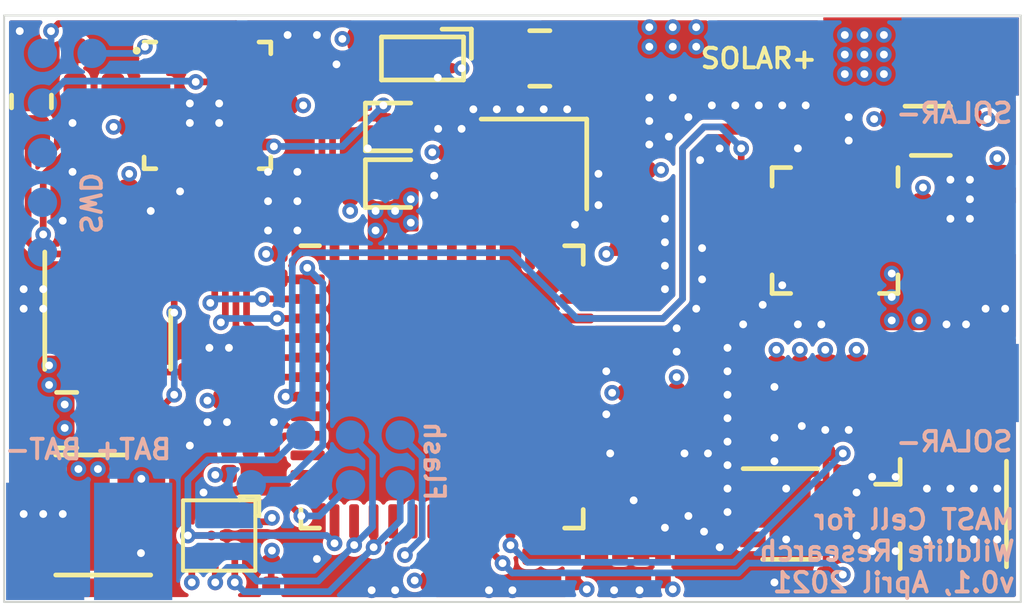
<source format=kicad_pcb>
(kicad_pcb (version 20171130) (host pcbnew "(5.1.5-131-g305ed0b65)-1")
  (layers (0 F.Cu mixed) (1 In1.Cu power) (2 In2.Cu power) (3 In3.Cu power) (4 In4.Cu power) (31 B.Cu mixed) (34 B.Paste user hide) (35 F.Paste user hide) (36 B.SilkS user) (37 F.SilkS user) (38 B.Mask user hide) (39 F.Mask user hide) (44 Edge.Cuts user))
  (net 0 "")
  (net 1 GND)
  (net 2 "Net-(AE1-Pad1)")
  (net 3 "Net-(C1-Pad1)")
  (net 4 "Net-(C3-Pad1)")
  (net 5 "Net-(C5-Pad1)")
  (net 6 "Net-(C7-Pad1)")
  (net 7 "Net-(C10-Pad1)")
  (net 8 "Net-(C11-Pad1)")
  (net 9 ARTIC_3V3)
  (net 10 ARTIC_3V0)
  (net 11 "Net-(C15-Pad1)")
  (net 12 "Net-(C17-Pad1)")
  (net 13 "Net-(C19-Pad1)")
  (net 14 "Net-(C21-Pad1)")
  (net 15 ARTIC_1V8)
  (net 16 ARTIC_OSC_VDD)
  (net 17 "Net-(C29-Pad1)")
  (net 18 ARTIC_OSC)
  (net 19 "Net-(C39-Pad2)")
  (net 20 ARTIC_TX)
  (net 21 "Net-(C40-Pad2)")
  (net 22 "Net-(C41-Pad2)")
  (net 23 "Net-(C41-Pad1)")
  (net 24 "Net-(C42-Pad1)")
  (net 25 ARTIC_RX)
  (net 26 "Net-(C44-Pad2)")
  (net 27 "Net-(C45-Pad2)")
  (net 28 "Net-(C46-Pad1)")
  (net 29 ARTIC_RXSW)
  (net 30 ARTIC_TXSW)
  (net 31 +3V3)
  (net 32 ARTIC_PWR_EN)
  (net 33 ARTIC_nRST)
  (net 34 ARTIC_INT1)
  (net 35 ARTIC_INT2)
  (net 36 ARTIC_nEN)
  (net 37 ARTIC_CLK)
  (net 38 ARTIC_MOSI)
  (net 39 ARTIC_MISO)
  (net 40 "Net-(L11-Pad1)")
  (net 41 "Net-(L12-Pad2)")
  (net 42 "Net-(L13-Pad2)")
  (net 43 "Net-(L14-Pad2)")
  (net 44 "Net-(Q1-Pad1)")
  (net 45 "Net-(R4-Pad1)")
  (net 46 PA_PD)
  (net 47 "Net-(U2-PadD2)")
  (net 48 "Net-(U3-Pad8)")
  (net 49 "Net-(U3-Pad10)")
  (net 50 "Net-(U3-Pad11)")
  (net 51 FLASH_CLK)
  (net 52 FLASH_MOSI)
  (net 53 FLASH_MISO)
  (net 54 FLASH_nEN)
  (net 55 "Net-(U3-Pad16)")
  (net 56 "Net-(U3-Pad17)")
  (net 57 "Net-(U3-Pad18)")
  (net 58 "Net-(U3-Pad19)")
  (net 59 "Net-(U3-Pad42)")
  (net 60 "Net-(U3-Pad43)")
  (net 61 "Net-(U3-Pad44)")
  (net 62 "Net-(U3-Pad45)")
  (net 63 "Net-(C38-Pad2)")
  (net 64 MCU_SWDIO)
  (net 65 MCU_SWCLK)
  (net 66 "Net-(TP6-Pad1)")
  (net 67 "Net-(TP7-Pad1)")
  (net 68 MCU_nRST)
  (net 69 "Net-(U7-Pad1)")
  (net 70 "Net-(U7-Pad5)")
  (net 71 "Net-(U7-Pad6)")
  (net 72 "Net-(U7-Pad18)")
  (net 73 "Net-(U7-Pad19)")
  (net 74 "Net-(U7-Pad20)")
  (net 75 "Net-(C53-Pad1)")
  (net 76 +BATT)
  (net 77 "Net-(C55-Pad1)")
  (net 78 "Net-(C56-Pad1)")
  (net 79 "Net-(D1-Pad2)")
  (net 80 "Net-(L18-Pad2)")
  (net 81 "Net-(R10-Pad2)")
  (net 82 "Net-(R11-Pad2)")
  (net 83 "Net-(U8-Pad4)")
  (net 84 "Net-(U9-Pad4)")
  (net 85 "Net-(U9-Pad8)")
  (net 86 "Net-(R12-Pad1)")
  (module Capacitor_SMD:C_0201_0603Metric (layer F.Cu) (at 211.6 43.75)
    (fp_text reference C25 hide)
    (fp_text value 1uF)
    (pad 1 smd roundrect (at -0.32 0) (size 0.46 0.4) (layers F.Cu F.Mask) (net 16 ARTIC_OSC_VDD))
    (pad 2 smd roundrect (at 0.32 0) (size 0.46 0.4) (layers F.Cu F.Mask) (net 1 GND))
  )
  (module Capacitor_SMD:C_0201_0603Metric (layer F.Cu) (at 211.6 44.35)
    (fp_text reference C26 hide)
    (fp_text value 47nF)
    (pad 2 smd roundrect (at 0.32 0) (size 0.46 0.4) (layers F.Cu F.Mask) (net 1 GND))
    (pad 1 smd roundrect (at -0.32 0) (size 0.46 0.4) (layers F.Cu F.Mask) (net 16 ARTIC_OSC_VDD))
  )
  (module Package_TO_SOT_SMD:SOT-883 (layer F.Cu) (at 206.05 45.3)
    (fp_text reference Q1 hide)
    (fp_text value DMP21D0UFB4)
    (pad 3 smd roundrect (at 0.35 0) (size 0.4 0.7) (layers F.Cu F.Paste F.Mask) (roundrect_rratio 0.125) (net 9 ARTIC_3V3))
    (pad 2 smd roundrect (at -0.35 0.225) (size 0.4 0.25) (layers F.Cu F.Paste F.Mask) (roundrect_rratio 0.2) (net 31 +3V3))
    (pad 1 smd roundrect (at -0.35 -0.225) (size 0.4 0.25) (layers F.Cu F.Paste F.Mask) (roundrect_rratio 0.2) (net 44 "Net-(Q1-Pad1)"))
  )
  (module Resistor_SMD:R_0201_0603Metric (layer F.Cu) (at 204.85 45.3 90)
    (fp_text reference R1 hide)
    (fp_text value 100K)
    (pad 2 smd roundrect (at 0.32 0 90) (size 0.46 0.4) (layers F.Cu F.Mask) (net 44 "Net-(Q1-Pad1)"))
    (pad 1 smd roundrect (at -0.32 0 90) (size 0.46 0.4) (layers F.Cu F.Mask) (net 31 +3V3))
  )
  (module Resistor_SMD:R_0201_0603Metric (layer F.Cu) (at 204.85 43.85 270)
    (fp_text reference R2 hide)
    (fp_text value 100K)
    (pad 1 smd roundrect (at -0.32 0 270) (size 0.46 0.4) (layers F.Cu F.Mask) (net 32 ARTIC_PWR_EN))
    (pad 2 smd roundrect (at 0.32 0 270) (size 0.46 0.4) (layers F.Cu F.Mask) (net 1 GND))
  )
  (module Package_TO_SOT_SMD:SOT-883 (layer F.Cu) (at 206.05 43.85)
    (fp_text reference Q2 hide)
    (fp_text value PMZ290UNE2)
    (pad 1 smd roundrect (at -0.35 -0.225) (size 0.4 0.25) (layers F.Cu F.Paste F.Mask) (roundrect_rratio 0.2) (net 32 ARTIC_PWR_EN))
    (pad 2 smd roundrect (at -0.35 0.225) (size 0.4 0.25) (layers F.Cu F.Paste F.Mask) (roundrect_rratio 0.2) (net 1 GND))
    (pad 3 smd roundrect (at 0.35 0) (size 0.4 0.7) (layers F.Cu F.Paste F.Mask) (roundrect_rratio 0.125) (net 44 "Net-(Q1-Pad1)"))
  )
  (module Capacitor_SMD:C_0201_0603Metric (layer F.Cu) (at 212.55 51.6 270)
    (fp_text reference C5 hide)
    (fp_text value 100nF)
    (pad 2 smd roundrect (at 0.32 0 270) (size 0.46 0.4) (layers F.Cu F.Mask) (net 1 GND))
    (pad 1 smd roundrect (at -0.32 0 270) (size 0.46 0.4) (layers F.Cu F.Mask) (net 5 "Net-(C5-Pad1)"))
  )
  (module Capacitor_SMD:C_0201_0603Metric (layer F.Cu) (at 212.55 49.7 90)
    (fp_text reference C1 hide)
    (fp_text value 100nF)
    (pad 2 smd roundrect (at 0.32 0 90) (size 0.46 0.4) (layers F.Cu F.Mask) (net 1 GND))
    (pad 1 smd roundrect (at -0.32 0 90) (size 0.46 0.4) (layers F.Cu F.Mask) (net 3 "Net-(C1-Pad1)"))
  )
  (module Capacitor_SMD:C_0201_0603Metric (layer F.Cu) (at 212 49.7 90)
    (fp_text reference C2 hide)
    (fp_text value 22pF)
    (pad 1 smd roundrect (at -0.32 0 90) (size 0.46 0.4) (layers F.Cu F.Mask) (net 3 "Net-(C1-Pad1)"))
    (pad 2 smd roundrect (at 0.32 0 90) (size 0.46 0.4) (layers F.Cu F.Mask) (net 1 GND))
  )
  (module Capacitor_SMD:C_0201_0603Metric (layer F.Cu) (at 211.8 47.9 270)
    (fp_text reference C3 hide)
    (fp_text value 22pF)
    (pad 1 smd roundrect (at -0.32 0 270) (size 0.46 0.4) (layers F.Cu F.Mask) (net 4 "Net-(C3-Pad1)"))
    (pad 2 smd roundrect (at 0.32 0 270) (size 0.46 0.4) (layers F.Cu F.Mask) (net 1 GND))
  )
  (module Capacitor_SMD:C_0201_0603Metric (layer F.Cu) (at 212.35 47.9 270)
    (fp_text reference C4 hide)
    (fp_text value 100nF)
    (pad 2 smd roundrect (at 0.32 0 270) (size 0.46 0.4) (layers F.Cu F.Mask) (net 1 GND))
    (pad 1 smd roundrect (at -0.32 0 270) (size 0.46 0.4) (layers F.Cu F.Mask) (net 4 "Net-(C3-Pad1)"))
  )
  (module Capacitor_SMD:C_0201_0603Metric (layer F.Cu) (at 212 51.6 270)
    (fp_text reference C6 hide)
    (fp_text value 22pF)
    (pad 1 smd roundrect (at -0.32 0 270) (size 0.46 0.4) (layers F.Cu F.Mask) (net 5 "Net-(C5-Pad1)"))
    (pad 2 smd roundrect (at 0.32 0 270) (size 0.46 0.4) (layers F.Cu F.Mask) (net 1 GND))
  )
  (module Capacitor_SMD:C_0201_0603Metric (layer F.Cu) (at 207.65 45.6 180)
    (fp_text reference C7 hide)
    (fp_text value 22pF)
    (pad 1 smd roundrect (at -0.32 0 180) (size 0.46 0.4) (layers F.Cu F.Mask) (net 6 "Net-(C7-Pad1)"))
    (pad 2 smd roundrect (at 0.32 0 180) (size 0.46 0.4) (layers F.Cu F.Mask) (net 1 GND))
  )
  (module Capacitor_SMD:C_0201_0603Metric (layer F.Cu) (at 207.65 45.05 180)
    (fp_text reference C8 hide)
    (fp_text value 100nF)
    (pad 1 smd roundrect (at -0.32 0 180) (size 0.46 0.4) (layers F.Cu F.Mask) (net 6 "Net-(C7-Pad1)"))
    (pad 2 smd roundrect (at 0.32 0 180) (size 0.46 0.4) (layers F.Cu F.Mask) (net 1 GND))
  )
  (module Capacitor_SMD:C_0201_0603Metric (layer F.Cu) (at 212.3 54.45 90)
    (fp_text reference C9 hide)
    (fp_text value 100nF)
    (pad 2 smd roundrect (at 0.32 0 90) (size 0.46 0.4) (layers F.Cu F.Mask) (net 1 GND))
    (pad 1 smd roundrect (at -0.32 0 90) (size 0.46 0.4) (layers F.Cu F.Mask) (net 7 "Net-(C10-Pad1)"))
  )
  (module Capacitor_SMD:C_0201_0603Metric (layer F.Cu) (at 211.75 54.45 90)
    (fp_text reference C10 hide)
    (fp_text value 22pF)
    (pad 2 smd roundrect (at 0.32 0 90) (size 0.46 0.4) (layers F.Cu F.Mask) (net 1 GND))
    (pad 1 smd roundrect (at -0.32 0 90) (size 0.46 0.4) (layers F.Cu F.Mask) (net 7 "Net-(C10-Pad1)"))
  )
  (module Capacitor_SMD:C_0201_0603Metric (layer F.Cu) (at 202.85 52.4 270)
    (fp_text reference C11 hide)
    (fp_text value 22pF)
    (pad 1 smd roundrect (at -0.32 0 270) (size 0.46 0.4) (layers F.Cu F.Mask) (net 8 "Net-(C11-Pad1)"))
    (pad 2 smd roundrect (at 0.32 0 270) (size 0.46 0.4) (layers F.Cu F.Mask) (net 1 GND))
  )
  (module Capacitor_SMD:C_0201_0603Metric (layer F.Cu) (at 202.3 52.4 270)
    (fp_text reference C12 hide)
    (fp_text value 100nF)
    (pad 1 smd roundrect (at -0.32 0 270) (size 0.46 0.4) (layers F.Cu F.Mask) (net 8 "Net-(C11-Pad1)"))
    (pad 2 smd roundrect (at 0.32 0 270) (size 0.46 0.4) (layers F.Cu F.Mask) (net 1 GND))
  )
  (module Capacitor_SMD:C_0201_0603Metric (layer F.Cu) (at 220.8 43.95 270)
    (fp_text reference C13 hide)
    (fp_text value 1uF)
    (pad 1 smd roundrect (at -0.32 0 270) (size 0.46 0.4) (layers F.Cu F.Mask) (net 9 ARTIC_3V3))
    (pad 2 smd roundrect (at 0.32 0 270) (size 0.46 0.4) (layers F.Cu F.Mask) (net 1 GND))
  )
  (module Capacitor_SMD:C_0201_0603Metric (layer F.Cu) (at 218.6 43.95 270)
    (fp_text reference C14 hide)
    (fp_text value 1uF)
    (pad 2 smd roundrect (at 0.32 0 270) (size 0.46 0.4) (layers F.Cu F.Mask) (net 1 GND))
    (pad 1 smd roundrect (at -0.32 0 270) (size 0.46 0.4) (layers F.Cu F.Mask) (net 10 ARTIC_3V0))
  )
  (module Capacitor_SMD:C_0201_0603Metric (layer F.Cu) (at 207.4 55.15 270)
    (fp_text reference C15 hide)
    (fp_text value 100nF)
    (pad 2 smd roundrect (at 0.32 0 270) (size 0.46 0.4) (layers F.Cu F.Mask) (net 1 GND))
    (pad 1 smd roundrect (at -0.32 0 270) (size 0.46 0.4) (layers F.Cu F.Mask) (net 11 "Net-(C15-Pad1)"))
  )
  (module Capacitor_SMD:C_0201_0603Metric (layer F.Cu) (at 207.95 55.145 270)
    (fp_text reference C16 hide)
    (fp_text value 22pF)
    (pad 1 smd roundrect (at -0.32 0 270) (size 0.46 0.4) (layers F.Cu F.Mask) (net 11 "Net-(C15-Pad1)"))
    (pad 2 smd roundrect (at 0.32 0 270) (size 0.46 0.4) (layers F.Cu F.Mask) (net 1 GND))
  )
  (module Capacitor_SMD:C_0201_0603Metric (layer F.Cu) (at 209.45 55.15 270)
    (fp_text reference C17 hide)
    (fp_text value 22pF)
    (pad 1 smd roundrect (at -0.32 0 270) (size 0.46 0.4) (layers F.Cu F.Mask) (net 12 "Net-(C17-Pad1)"))
    (pad 2 smd roundrect (at 0.32 0 270) (size 0.46 0.4) (layers F.Cu F.Mask) (net 1 GND))
  )
  (module Capacitor_SMD:C_0201_0603Metric (layer F.Cu) (at 210 55.15 270)
    (fp_text reference C18 hide)
    (fp_text value 100nF)
    (pad 1 smd roundrect (at -0.32 0 270) (size 0.46 0.4) (layers F.Cu F.Mask) (net 12 "Net-(C17-Pad1)"))
    (pad 2 smd roundrect (at 0.32 0 270) (size 0.46 0.4) (layers F.Cu F.Mask) (net 1 GND))
  )
  (module Capacitor_SMD:C_0201_0603Metric (layer F.Cu) (at 202.1 50.5 270)
    (fp_text reference C19 hide)
    (fp_text value 100nF)
    (pad 2 smd roundrect (at 0.32 0 270) (size 0.46 0.4) (layers F.Cu F.Mask) (net 1 GND))
    (pad 1 smd roundrect (at -0.32 0 270) (size 0.46 0.4) (layers F.Cu F.Mask) (net 13 "Net-(C19-Pad1)"))
  )
  (module Capacitor_SMD:C_0201_0603Metric (layer F.Cu) (at 202.65 50.5 270)
    (fp_text reference C20 hide)
    (fp_text value 22pF)
    (pad 1 smd roundrect (at -0.32 0 270) (size 0.46 0.4) (layers F.Cu F.Mask) (net 13 "Net-(C19-Pad1)"))
    (pad 2 smd roundrect (at 0.32 0 270) (size 0.46 0.4) (layers F.Cu F.Mask) (net 1 GND))
  )
  (module Capacitor_SMD:C_0201_0603Metric (layer F.Cu) (at 212.1 46.05)
    (fp_text reference C21 hide)
    (fp_text value 22pF)
    (pad 1 smd roundrect (at -0.32 0) (size 0.46 0.4) (layers F.Cu F.Mask) (net 14 "Net-(C21-Pad1)"))
    (pad 2 smd roundrect (at 0.32 0) (size 0.46 0.4) (layers F.Cu F.Mask) (net 1 GND))
  )
  (module Capacitor_SMD:C_0201_0603Metric (layer F.Cu) (at 212.1 45.5)
    (fp_text reference C22 hide)
    (fp_text value 100nF)
    (pad 2 smd roundrect (at 0.32 0) (size 0.46 0.4) (layers F.Cu F.Mask) (net 1 GND))
    (pad 1 smd roundrect (at -0.32 0) (size 0.46 0.4) (layers F.Cu F.Mask) (net 14 "Net-(C21-Pad1)"))
  )
  (module Capacitor_SMD:C_0402_1005Metric (layer F.Cu) (at 205.1 42.1 270)
    (fp_text reference C23 hide)
    (fp_text value 4.7uF)
    (pad 2 smd roundrect (at 0.485 0 270) (size 0.59 0.64) (layers F.Cu F.Paste F.Mask) (net 1 GND))
    (pad 1 smd roundrect (at -0.485 0 270) (size 0.59 0.64) (layers F.Cu F.Paste F.Mask) (net 9 ARTIC_3V3))
  )
  (module Capacitor_SMD:C_0402_1005Metric (layer F.Cu) (at 211.8 42.2 270)
    (fp_text reference C24 hide)
    (fp_text value 10uF)
    (pad 2 smd roundrect (at 0.485 0 270) (size 0.59 0.64) (layers F.Cu F.Paste F.Mask) (net 1 GND))
    (pad 1 smd roundrect (at -0.485 0 270) (size 0.59 0.64) (layers F.Cu F.Paste F.Mask) (net 15 ARTIC_1V8))
  )
  (module Capacitor_SMD:C_0201_0603Metric (layer F.Cu) (at 203.15 55.55)
    (fp_text reference C27 hide)
    (fp_text value 100nF)
    (pad 1 smd roundrect (at -0.32 0) (size 0.46 0.4) (layers F.Cu F.Mask) (net 9 ARTIC_3V3))
    (pad 2 smd roundrect (at 0.32 0) (size 0.46 0.4) (layers F.Cu F.Mask) (net 1 GND))
  )
  (module Capacitor_SMD:C_0201_0603Metric (layer F.Cu) (at 203.15 55)
    (fp_text reference C28 hide)
    (fp_text value 22pF)
    (pad 2 smd roundrect (at 0.32 0) (size 0.46 0.4) (layers F.Cu F.Mask) (net 1 GND))
    (pad 1 smd roundrect (at -0.32 0) (size 0.46 0.4) (layers F.Cu F.Mask) (net 9 ARTIC_3V3))
  )
  (module Capacitor_SMD:C_0201_0603Metric (layer F.Cu) (at 220.7 47.1 270)
    (fp_text reference C29 hide)
    (fp_text value 33pF)
    (pad 2 smd roundrect (at 0.32 0 270) (size 0.46 0.4) (layers F.Cu F.Mask) (net 1 GND))
    (pad 1 smd roundrect (at -0.32 0 270) (size 0.46 0.4) (layers F.Cu F.Mask) (net 17 "Net-(C29-Pad1)"))
  )
  (module Capacitor_SMD:C_0402_1005Metric (layer F.Cu) (at 221.4 47.3 270)
    (fp_text reference C30 hide)
    (fp_text value 2.2uF)
    (pad 1 smd roundrect (at -0.485 0 270) (size 0.59 0.64) (layers F.Cu F.Paste F.Mask) (net 17 "Net-(C29-Pad1)"))
    (pad 2 smd roundrect (at 0.485 0 270) (size 0.59 0.64) (layers F.Cu F.Paste F.Mask) (net 1 GND))
  )
  (module Capacitor_SMD:C_0402_1005Metric (layer F.Cu) (at 219.95 48.15)
    (fp_text reference C31 hide)
    (fp_text value 2.2uF)
    (pad 1 smd roundrect (at -0.485 0) (size 0.59 0.64) (layers F.Cu F.Paste F.Mask) (net 10 ARTIC_3V0))
    (pad 2 smd roundrect (at 0.485 0) (size 0.59 0.64) (layers F.Cu F.Paste F.Mask) (net 1 GND))
  )
  (module Capacitor_SMD:C_0201_0603Metric (layer F.Cu) (at 219.8 47.4)
    (fp_text reference C32 hide)
    (fp_text value 100pF)
    (pad 1 smd roundrect (at -0.32 0) (size 0.46 0.4) (layers F.Cu F.Mask) (net 10 ARTIC_3V0))
    (pad 2 smd roundrect (at 0.32 0) (size 0.46 0.4) (layers F.Cu F.Mask) (net 1 GND))
  )
  (module Capacitor_SMD:C_0201_0603Metric (layer F.Cu) (at 217.8 48.8 180)
    (fp_text reference C33 hide)
    (fp_text value 100pF)
    (pad 2 smd roundrect (at 0.32 0 180) (size 0.46 0.4) (layers F.Cu F.Mask) (net 1 GND))
    (pad 1 smd roundrect (at -0.32 0 180) (size 0.46 0.4) (layers F.Cu F.Mask) (net 10 ARTIC_3V0))
  )
  (module Capacitor_SMD:C_0201_0603Metric (layer F.Cu) (at 219.8 45.75)
    (fp_text reference C34 hide)
    (fp_text value 100pF)
    (pad 1 smd roundrect (at -0.32 0) (size 0.46 0.4) (layers F.Cu F.Mask) (net 10 ARTIC_3V0))
    (pad 2 smd roundrect (at 0.32 0) (size 0.46 0.4) (layers F.Cu F.Mask) (net 1 GND))
  )
  (module Capacitor_SMD:C_0402_1005Metric (layer F.Cu) (at 217 50.45 270)
    (fp_text reference C35 hide)
    (fp_text value 2.2uF)
    (pad 1 smd roundrect (at -0.485 0 270) (size 0.59 0.64) (layers F.Cu F.Paste F.Mask) (net 9 ARTIC_3V3))
    (pad 2 smd roundrect (at 0.485 0 270) (size 0.59 0.64) (layers F.Cu F.Paste F.Mask) (net 1 GND))
  )
  (module Capacitor_SMD:C_0402_1005Metric (layer F.Cu) (at 217.8 50.45 270)
    (fp_text reference C36 hide)
    (fp_text value 10uF)
    (pad 2 smd roundrect (at 0.485 0 270) (size 0.59 0.64) (layers F.Cu F.Paste F.Mask) (net 1 GND))
    (pad 1 smd roundrect (at -0.485 0 270) (size 0.59 0.64) (layers F.Cu F.Paste F.Mask) (net 9 ARTIC_3V3))
  )
  (module Capacitor_SMD:C_0201_0603Metric (layer F.Cu) (at 216.35 50.25 270)
    (fp_text reference C37 hide)
    (fp_text value 100pF)
    (pad 2 smd roundrect (at 0.32 0 270) (size 0.46 0.4) (layers F.Cu F.Mask) (net 1 GND))
    (pad 1 smd roundrect (at -0.32 0 270) (size 0.46 0.4) (layers F.Cu F.Mask) (net 9 ARTIC_3V3))
  )
  (module Capacitor_SMD:C_0201_0603Metric (layer F.Cu) (at 215.05 43.85)
    (fp_text reference C39 hide)
    (fp_text value 100pF)
    (pad 2 smd roundrect (at 0.32 0) (size 0.46 0.4) (layers F.Cu F.Mask) (net 19 "Net-(C39-Pad2)"))
    (pad 1 smd roundrect (at -0.32 0) (size 0.46 0.4) (layers F.Cu F.Mask) (net 20 ARTIC_TX))
  )
  (module Capacitor_SMD:C_0201_0603Metric (layer F.Cu) (at 216.35 43.85)
    (fp_text reference C40 hide)
    (fp_text value 100pF)
    (pad 1 smd roundrect (at -0.32 0) (size 0.46 0.4) (layers F.Cu F.Mask) (net 19 "Net-(C39-Pad2)"))
    (pad 2 smd roundrect (at 0.32 0) (size 0.46 0.4) (layers F.Cu F.Mask) (net 21 "Net-(C40-Pad2)"))
  )
  (module Capacitor_SMD:C_0201_0603Metric (layer F.Cu) (at 215.1 51.85 270)
    (fp_text reference C41 hide)
    (fp_text value 100pF)
    (pad 1 smd roundrect (at -0.32 0 270) (size 0.46 0.4) (layers F.Cu F.Mask) (net 23 "Net-(C41-Pad1)"))
    (pad 2 smd roundrect (at 0.32 0 270) (size 0.46 0.4) (layers F.Cu F.Mask) (net 22 "Net-(C41-Pad2)"))
  )
  (module Capacitor_SMD:C_0201_0603Metric (layer F.Cu) (at 217.8 53.75)
    (fp_text reference C42 hide)
    (fp_text value 100pF)
    (pad 2 smd roundrect (at 0.32 0) (size 0.46 0.4) (layers F.Cu F.Mask) (net 2 "Net-(AE1-Pad1)"))
    (pad 1 smd roundrect (at -0.32 0) (size 0.46 0.4) (layers F.Cu F.Mask) (net 24 "Net-(C42-Pad1)"))
  )
  (module Capacitor_SMD:C_0201_0603Metric (layer F.Cu) (at 215.45 51.2)
    (fp_text reference C43 hide)
    (fp_text value 9.2pF)
    (pad 1 smd roundrect (at -0.32 0) (size 0.46 0.4) (layers F.Cu F.Mask) (net 23 "Net-(C41-Pad1)"))
    (pad 2 smd roundrect (at 0.32 0) (size 0.46 0.4) (layers F.Cu F.Mask) (net 1 GND))
  )
  (module Capacitor_SMD:C_0201_0603Metric (layer F.Cu) (at 212.05 52.75)
    (fp_text reference C44 hide)
    (fp_text value 2.2pF)
    (pad 2 smd roundrect (at 0.32 0) (size 0.46 0.4) (layers F.Cu F.Mask) (net 26 "Net-(C44-Pad2)"))
    (pad 1 smd roundrect (at -0.32 0) (size 0.46 0.4) (layers F.Cu F.Mask) (net 25 ARTIC_RX))
  )
  (module Capacitor_SMD:C_0201_0603Metric (layer F.Cu) (at 213.35 52.75)
    (fp_text reference C45 hide)
    (fp_text value 100pF)
    (pad 2 smd roundrect (at 0.32 0) (size 0.46 0.4) (layers F.Cu F.Mask) (net 27 "Net-(C45-Pad2)"))
    (pad 1 smd roundrect (at -0.32 0) (size 0.46 0.4) (layers F.Cu F.Mask) (net 26 "Net-(C44-Pad2)"))
  )
  (module Capacitor_SMD:C_0402_1005Metric (layer F.Cu) (at 214.35 47.75 180)
    (fp_text reference C46 hide)
    (fp_text value 2.2uF)
    (pad 1 smd roundrect (at -0.485 0 180) (size 0.59 0.64) (layers F.Cu F.Paste F.Mask) (net 28 "Net-(C46-Pad1)"))
    (pad 2 smd roundrect (at 0.485 0 180) (size 0.59 0.64) (layers F.Cu F.Paste F.Mask) (net 1 GND))
  )
  (module Capacitor_SMD:C_0201_0603Metric (layer F.Cu) (at 214.1 45.8 90)
    (fp_text reference C47 hide)
    (fp_text value 100pF)
    (pad 2 smd roundrect (at 0.32 0 90) (size 0.46 0.4) (layers F.Cu F.Mask) (net 1 GND))
    (pad 1 smd roundrect (at -0.32 0 90) (size 0.46 0.4) (layers F.Cu F.Mask) (net 28 "Net-(C46-Pad1)"))
  )
  (module Capacitor_SMD:C_0201_0603Metric (layer F.Cu) (at 216.7 52.2 180)
    (fp_text reference C48 hide)
    (fp_text value 100pF)
    (pad 2 smd roundrect (at 0.32 0 180) (size 0.46 0.4) (layers F.Cu F.Mask) (net 1 GND))
    (pad 1 smd roundrect (at -0.32 0 180) (size 0.46 0.4) (layers F.Cu F.Mask) (net 29 ARTIC_RXSW))
  )
  (module Capacitor_SMD:C_0201_0603Metric (layer F.Cu) (at 216.7 55.3 180)
    (fp_text reference C49 hide)
    (fp_text value 100pF)
    (pad 2 smd roundrect (at 0.32 0 180) (size 0.46 0.4) (layers F.Cu F.Mask) (net 1 GND))
    (pad 1 smd roundrect (at -0.32 0 180) (size 0.46 0.4) (layers F.Cu F.Mask) (net 30 ARTIC_TXSW))
  )
  (module Inductor_SMD:L_0201_0603Metric (layer F.Cu) (at 212.25 50.65)
    (fp_text reference L1 hide)
    (fp_text value 120@100MHz)
    (pad 1 smd roundrect (at -0.32 0) (size 0.46 0.4) (layers F.Cu F.Mask) (net 15 ARTIC_1V8))
    (pad 2 smd roundrect (at 0.32 0) (size 0.46 0.4) (layers F.Cu F.Mask) (net 3 "Net-(C1-Pad1)"))
  )
  (module Inductor_SMD:L_0201_0603Metric (layer F.Cu) (at 212.05 46.95)
    (fp_text reference L2 hide)
    (fp_text value 120@100MHz)
    (pad 2 smd roundrect (at 0.32 0) (size 0.46 0.4) (layers F.Cu F.Mask) (net 4 "Net-(C3-Pad1)"))
    (pad 1 smd roundrect (at -0.32 0) (size 0.46 0.4) (layers F.Cu F.Mask) (net 15 ARTIC_1V8))
  )
  (module Inductor_SMD:L_0201_0603Metric (layer F.Cu) (at 213.2 50.95 270)
    (fp_text reference L3 hide)
    (fp_text value 120@100MHz)
    (pad 2 smd roundrect (at 0.32 0 270) (size 0.46 0.4) (layers F.Cu F.Mask) (net 5 "Net-(C5-Pad1)"))
    (pad 1 smd roundrect (at -0.32 0 270) (size 0.46 0.4) (layers F.Cu F.Mask) (net 15 ARTIC_1V8))
  )
  (module Inductor_SMD:L_0201_0603Metric (layer F.Cu) (at 207.65 44.5)
    (fp_text reference L4 hide)
    (fp_text value 120@100MHz)
    (pad 1 smd roundrect (at -0.32 0) (size 0.46 0.4) (layers F.Cu F.Mask) (net 15 ARTIC_1V8))
    (pad 2 smd roundrect (at 0.32 0) (size 0.46 0.4) (layers F.Cu F.Mask) (net 6 "Net-(C7-Pad1)"))
  )
  (module Inductor_SMD:L_0201_0603Metric (layer F.Cu) (at 212.85 55.1 90)
    (fp_text reference L5 hide)
    (fp_text value 120@100MHz)
    (pad 1 smd roundrect (at -0.32 0 90) (size 0.46 0.4) (layers F.Cu F.Mask) (net 15 ARTIC_1V8))
    (pad 2 smd roundrect (at 0.32 0 90) (size 0.46 0.4) (layers F.Cu F.Mask) (net 7 "Net-(C10-Pad1)"))
  )
  (module Inductor_SMD:L_0201_0603Metric (layer F.Cu) (at 201.75 52.4 90)
    (fp_text reference L6 hide)
    (fp_text value 120@100MHz)
    (pad 2 smd roundrect (at 0.32 0 90) (size 0.46 0.4) (layers F.Cu F.Mask) (net 8 "Net-(C11-Pad1)"))
    (pad 1 smd roundrect (at -0.32 0 90) (size 0.46 0.4) (layers F.Cu F.Mask) (net 9 ARTIC_3V3))
  )
  (module Inductor_SMD:L_0201_0603Metric (layer F.Cu) (at 206.85 55.15 90)
    (fp_text reference L7 hide)
    (fp_text value 120@100MHz)
    (pad 2 smd roundrect (at 0.32 0 90) (size 0.46 0.4) (layers F.Cu F.Mask) (net 11 "Net-(C15-Pad1)"))
    (pad 1 smd roundrect (at -0.32 0 90) (size 0.46 0.4) (layers F.Cu F.Mask) (net 15 ARTIC_1V8))
  )
  (module Inductor_SMD:L_0201_0603Metric (layer F.Cu) (at 210.55 55.15 90)
    (fp_text reference L8 hide)
    (fp_text value 120@100MHz)
    (pad 1 smd roundrect (at -0.32 0 90) (size 0.46 0.4) (layers F.Cu F.Mask) (net 9 ARTIC_3V3))
    (pad 2 smd roundrect (at 0.32 0 90) (size 0.46 0.4) (layers F.Cu F.Mask) (net 12 "Net-(C17-Pad1)"))
  )
  (module Inductor_SMD:L_0201_0603Metric (layer F.Cu) (at 201.55 50.5 90)
    (fp_text reference L9 hide)
    (fp_text value 120@100MHz)
    (pad 1 smd roundrect (at -0.32 0 90) (size 0.46 0.4) (layers F.Cu F.Mask) (net 15 ARTIC_1V8))
    (pad 2 smd roundrect (at 0.32 0 90) (size 0.46 0.4) (layers F.Cu F.Mask) (net 13 "Net-(C19-Pad1)"))
  )
  (module Inductor_SMD:L_0201_0603Metric (layer F.Cu) (at 212.1 44.95 180)
    (fp_text reference L10 hide)
    (fp_text value 120@100MHz)
    (pad 2 smd roundrect (at 0.32 0 180) (size 0.46 0.4) (layers F.Cu F.Mask) (net 14 "Net-(C21-Pad1)"))
    (pad 1 smd roundrect (at -0.32 0 180) (size 0.46 0.4) (layers F.Cu F.Mask) (net 9 ARTIC_3V3))
  )
  (module Inductor_SMD:L_0805_2012Metric (layer F.Cu) (at 209.7 42.1)
    (fp_text reference L11 hide)
    (fp_text value 2.2uH)
    (pad 1 smd roundrect (at -0.9375 0) (size 0.975 1.4) (layers F.Cu F.Paste F.Mask) (net 40 "Net-(L11-Pad1)"))
    (pad 2 smd roundrect (at 0.9375 0) (size 0.975 1.4) (layers F.Cu F.Paste F.Mask) (net 15 ARTIC_1V8))
  )
  (module Inductor_SMD:L_0201_0603Metric (layer F.Cu) (at 219.8 46.75 180)
    (fp_text reference L12 hide)
    (fp_text value 15nH)
    (pad 1 smd roundrect (at -0.32 0 180) (size 0.46 0.4) (layers F.Cu F.Mask) (net 17 "Net-(C29-Pad1)"))
    (pad 2 smd roundrect (at 0.32 0 180) (size 0.46 0.4) (layers F.Cu F.Mask) (net 41 "Net-(L12-Pad2)"))
  )
  (module Inductor_SMD:L_0201_0603Metric (layer F.Cu) (at 215.45 49.9 180)
    (fp_text reference L13 hide)
    (fp_text value 27nH)
    (pad 1 smd roundrect (at -0.32 0 180) (size 0.46 0.4) (layers F.Cu F.Mask) (net 9 ARTIC_3V3))
    (pad 2 smd roundrect (at 0.32 0 180) (size 0.46 0.4) (layers F.Cu F.Mask) (net 42 "Net-(L13-Pad2)"))
  )
  (module Inductor_SMD:L_0201_0603Metric (layer F.Cu) (at 217 44.2 270)
    (fp_text reference L14 hide)
    (fp_text value 18nH)
    (pad 2 smd roundrect (at 0.32 0 270) (size 0.46 0.4) (layers F.Cu F.Mask) (net 43 "Net-(L14-Pad2)"))
    (pad 1 smd roundrect (at -0.32 0 270) (size 0.46 0.4) (layers F.Cu F.Mask) (net 21 "Net-(C40-Pad2)"))
  )
  (module Inductor_SMD:L_0201_0603Metric (layer F.Cu) (at 215.1 50.55 270)
    (fp_text reference L15 hide)
    (fp_text value 12nH)
    (pad 2 smd roundrect (at 0.32 0 270) (size 0.46 0.4) (layers F.Cu F.Mask) (net 23 "Net-(C41-Pad1)"))
    (pad 1 smd roundrect (at -0.32 0 270) (size 0.46 0.4) (layers F.Cu F.Mask) (net 42 "Net-(L13-Pad2)"))
  )
  (module Inductor_SMD:L_0201_0603Metric (layer F.Cu) (at 211.4 53.1 270)
    (fp_text reference L16 hide)
    (fp_text value 30nH)
    (pad 2 smd roundrect (at 0.32 0 270) (size 0.46 0.4) (layers F.Cu F.Mask) (net 1 GND))
    (pad 1 smd roundrect (at -0.32 0 270) (size 0.46 0.4) (layers F.Cu F.Mask) (net 25 ARTIC_RX))
  )
  (module Inductor_SMD:L_0201_0603Metric (layer F.Cu) (at 212.7 53.1 270)
    (fp_text reference L17 hide)
    (fp_text value 51nH)
    (pad 1 smd roundrect (at -0.32 0 270) (size 0.46 0.4) (layers F.Cu F.Mask) (net 26 "Net-(C44-Pad2)"))
    (pad 2 smd roundrect (at 0.32 0 270) (size 0.46 0.4) (layers F.Cu F.Mask) (net 1 GND))
  )
  (module Resistor_SMD:R_0201_0603Metric (layer F.Cu) (at 207.25 46.2 180)
    (fp_text reference R4 hide)
    (fp_text value 33K,1%)
    (pad 2 smd roundrect (at 0.32 0 180) (size 0.46 0.4) (layers F.Cu F.Mask) (net 1 GND))
    (pad 1 smd roundrect (at -0.32 0 180) (size 0.46 0.4) (layers F.Cu F.Mask) (net 45 "Net-(R4-Pad1)"))
  )
  (module Resistor_SMD:R_0402_1005Metric (layer F.Cu) (at 221.4 45.6 270)
    (fp_text reference R5 hide)
    (fp_text value 3.9)
    (pad 2 smd roundrect (at 0.485 0 270) (size 0.59 0.64) (layers F.Cu F.Paste F.Mask) (net 17 "Net-(C29-Pad1)"))
    (pad 1 smd roundrect (at -0.485 0 270) (size 0.59 0.64) (layers F.Cu F.Paste F.Mask) (net 9 ARTIC_3V3))
  )
  (module Resistor_SMD:R_0402_1005Metric (layer F.Cu) (at 214.85 45.65 270)
    (fp_text reference R6 hide)
    (fp_text value 47)
    (pad 1 smd roundrect (at -0.485 0 270) (size 0.59 0.64) (layers F.Cu F.Paste F.Mask) (net 46 PA_PD))
    (pad 2 smd roundrect (at 0.485 0 270) (size 0.59 0.64) (layers F.Cu F.Paste F.Mask) (net 28 "Net-(C46-Pad1)"))
  )
  (module Resistor_SMD:R_0402_1005Metric (layer F.Cu) (at 214.35 46.95)
    (fp_text reference R8 hide)
    (fp_text value 470)
    (pad 2 smd roundrect (at 0.485 0) (size 0.59 0.64) (layers F.Cu F.Paste F.Mask) (net 28 "Net-(C46-Pad1)"))
    (pad 1 smd roundrect (at -0.485 0) (size 0.59 0.64) (layers F.Cu F.Paste F.Mask) (net 1 GND))
  )
  (module Package_SON:Texas_X2SON-4_1x1mm_P0.65mm (layer F.Cu) (at 219.7 43.95)
    (fp_text reference U1 hide)
    (fp_text value LP5907SNX-3.0)
    (pad 1 smd custom (at -0.43 -0.325) (size 0.148492 0.148492) (layers F.Cu) (net 10 ARTIC_3V0) (options (clearance outline) (anchor circle)) (primitives (gr_poly (pts (xy 0.23 -0.155) (xy -0.23 -0.155) (xy -0.23 0.155) (xy 0.020711 0.155) (xy 0.23 -0.054289)) (width 0))))
    (pad 4 smd custom (at 0.43 -0.325) (size 0.148492 0.148492) (layers F.Cu) (net 9 ARTIC_3V3) (options (clearance outline) (anchor circle)) (primitives (gr_poly (pts (xy -0.23 -0.155) (xy 0.23 -0.155) (xy 0.23 0.155) (xy -0.020711 0.155) (xy -0.23 -0.054289)) (width 0))))
    (pad 3 smd custom (at 0.43 0.325) (size 0.148492 0.148492) (layers F.Cu) (net 9 ARTIC_3V3) (options (clearance outline) (anchor circle)) (primitives (gr_poly (pts (xy 0.23 0.155) (xy 0.23 -0.155) (xy -0.020711 -0.155) (xy -0.23 0.054289) (xy -0.23 0.155)) (width 0))))
    (pad 2 smd custom (at -0.43 0.325) (size 0.148492 0.148492) (layers F.Cu) (net 1 GND) (options (clearance outline) (anchor circle)) (primitives (gr_poly (pts (xy 0.23 0.054289) (xy 0.23 0.155) (xy -0.23 0.155) (xy -0.23 -0.155) (xy 0.020711 -0.155)) (width 0))))
    (pad 5 smd rect (at 0 0 45) (size 0.58 0.58) (layers F.Cu F.Paste F.Mask) (net 1 GND))
  )
  (module Package_BGA:Texas_DSBGA-8_0.9x1.9mm_Layout2x4_P0.5mm (layer F.Cu) (at 206.7 42.1 270)
    (fp_text reference U2 hide)
    (fp_text value TPS62748)
    (pad D2 smd circle (at 0.25 0.75 270) (size 0.265 0.265) (layers F.Cu F.Mask) (net 47 "Net-(U2-PadD2)"))
    (pad D1 smd circle (at -0.25 0.75 270) (size 0.265 0.265) (layers F.Cu F.Mask) (net 1 GND))
    (pad C1 smd circle (at -0.25 0.25 270) (size 0.265 0.265) (layers F.Cu F.Mask) (net 9 ARTIC_3V3))
    (pad C2 smd circle (at 0.25 0.25 270) (size 0.265 0.265) (layers F.Cu F.Mask) (net 15 ARTIC_1V8))
    (pad B2 smd circle (at 0.25 -0.25 270) (size 0.265 0.265) (layers F.Cu F.Mask) (net 1 GND))
    (pad B1 smd circle (at -0.25 -0.25 270) (size 0.265 0.265) (layers F.Cu F.Mask) (net 9 ARTIC_3V3))
    (pad A1 smd circle (at -0.25 -0.75 270) (size 0.265 0.265) (layers F.Cu F.Mask) (net 40 "Net-(L11-Pad1)"))
    (pad A2 smd circle (at 0.25 -0.75 270) (size 0.265 0.265) (layers F.Cu F.Mask) (net 9 ARTIC_3V3))
  )
  (module Package_TO_SOT_SMD:SOT-363_SC-70-6 (layer F.Cu) (at 216.1 53.75)
    (fp_text reference U6 hide)
    (fp_text value AS179-92LF)
    (pad 1 smd rect (at -0.95 -0.65) (size 0.65 0.4) (layers F.Cu F.Paste F.Mask) (net 22 "Net-(C41-Pad2)"))
    (pad 3 smd rect (at -0.95 0.65) (size 0.65 0.4) (layers F.Cu F.Paste F.Mask) (net 27 "Net-(C45-Pad2)"))
    (pad 5 smd rect (at 0.95 0) (size 0.65 0.4) (layers F.Cu F.Paste F.Mask) (net 24 "Net-(C42-Pad1)"))
    (pad 2 smd rect (at -0.95 0) (size 0.65 0.4) (layers F.Cu F.Paste F.Mask) (net 1 GND))
    (pad 4 smd rect (at 0.95 0.65) (size 0.65 0.4) (layers F.Cu F.Paste F.Mask) (net 30 ARTIC_TXSW))
    (pad 6 smd rect (at 0.95 -0.65) (size 0.65 0.4) (layers F.Cu F.Paste F.Mask) (net 29 ARTIC_RXSW))
  )
  (module Crystal:Crystal_SMD_2016-4Pin_2.0x1.6mm (layer F.Cu) (at 209.55 44.8 180)
    (fp_text reference X1 hide)
    (fp_text value "TCXO, 26MHz, <1ppm")
    (pad 1 smd rect (at -0.7 0.55 180) (size 0.9 0.8) (layers F.Cu F.Paste F.Mask) (net 1 GND))
    (pad 2 smd rect (at 0.7 0.55 180) (size 0.9 0.8) (layers F.Cu F.Paste F.Mask) (net 1 GND))
    (pad 3 smd rect (at 0.7 -0.55 180) (size 0.9 0.8) (layers F.Cu F.Paste F.Mask) (net 63 "Net-(C38-Pad2)"))
    (pad 4 smd rect (at -0.7 -0.55 180) (size 0.9 0.8) (layers F.Cu F.Paste F.Mask) (net 16 ARTIC_OSC_VDD))
  )
  (module Resistor_SMD:R_0201_0603Metric (layer F.Cu) (at 215.7 44.2 90)
    (fp_text reference R7 hide)
    (fp_text value 220)
    (pad 1 smd roundrect (at -0.32 0 90) (size 0.46 0.4) (layers F.Cu F.Mask) (net 1 GND))
    (pad 2 smd roundrect (at 0.32 0 90) (size 0.46 0.4) (layers F.Cu F.Mask) (net 19 "Net-(C39-Pad2)"))
  )
  (module Package_DFN_QFN:QFN-48-1EP_7x7mm_P0.5mm_EP5.6x5.6mm (layer F.Cu) (at 207.2 50.5)
    (fp_text reference U3 hide)
    (fp_text value ARTIC-R2)
    (pad 49 smd roundrect (at 0 0) (size 5.6 5.6) (layers F.Cu F.Mask) (roundrect_rratio 0.044643) (net 1 GND))
    (pad 1 smd roundrect (at -3.4375 -2.75) (size 0.875 0.25) (layers F.Cu F.Paste F.Mask) (net 33 ARTIC_nRST))
    (pad 2 smd roundrect (at -3.4375 -2.25) (size 0.875 0.25) (layers F.Cu F.Paste F.Mask) (net 36 ARTIC_nEN))
    (pad 3 smd roundrect (at -3.4375 -1.75) (size 0.875 0.25) (layers F.Cu F.Paste F.Mask) (net 37 ARTIC_CLK))
    (pad 4 smd roundrect (at -3.4375 -1.25) (size 0.875 0.25) (layers F.Cu F.Paste F.Mask) (net 38 ARTIC_MOSI))
    (pad 5 smd roundrect (at -3.4375 -0.75) (size 0.875 0.25) (layers F.Cu F.Paste F.Mask) (net 39 ARTIC_MISO))
    (pad 6 smd roundrect (at -3.4375 -0.25) (size 0.875 0.25) (layers F.Cu F.Paste F.Mask) (net 13 "Net-(C19-Pad1)"))
    (pad 7 smd roundrect (at -3.4375 0.25) (size 0.875 0.25) (layers F.Cu F.Paste F.Mask) (net 46 PA_PD))
    (pad 8 smd roundrect (at -3.4375 0.75) (size 0.875 0.25) (layers F.Cu F.Paste F.Mask) (net 48 "Net-(U3-Pad8)"))
    (pad 9 smd roundrect (at -3.4375 1.25) (size 0.875 0.25) (layers F.Cu F.Paste F.Mask) (net 8 "Net-(C11-Pad1)"))
    (pad 10 smd roundrect (at -3.4375 1.75) (size 0.875 0.25) (layers F.Cu F.Paste F.Mask) (net 49 "Net-(U3-Pad10)"))
    (pad 11 smd roundrect (at -3.4375 2.25) (size 0.875 0.25) (layers F.Cu F.Paste F.Mask) (net 50 "Net-(U3-Pad11)"))
    (pad 12 smd roundrect (at -3.4375 2.75) (size 0.875 0.25) (layers F.Cu F.Paste F.Mask) (net 51 FLASH_CLK))
    (pad 13 smd roundrect (at -2.75 3.4375) (size 0.25 0.875) (layers F.Cu F.Paste F.Mask) (net 52 FLASH_MOSI))
    (pad 14 smd roundrect (at -2.25 3.4375) (size 0.25 0.875) (layers F.Cu F.Paste F.Mask) (net 53 FLASH_MISO))
    (pad 15 smd roundrect (at -1.75 3.4375) (size 0.25 0.875) (layers F.Cu F.Paste F.Mask) (net 54 FLASH_nEN))
    (pad 16 smd roundrect (at -1.25 3.4375) (size 0.25 0.875) (layers F.Cu F.Paste F.Mask) (net 55 "Net-(U3-Pad16)"))
    (pad 17 smd roundrect (at -0.75 3.4375) (size 0.25 0.875) (layers F.Cu F.Paste F.Mask) (net 56 "Net-(U3-Pad17)"))
    (pad 18 smd roundrect (at -0.25 3.4375) (size 0.25 0.875) (layers F.Cu F.Paste F.Mask) (net 57 "Net-(U3-Pad18)"))
    (pad 19 smd roundrect (at 0.25 3.4375) (size 0.25 0.875) (layers F.Cu F.Paste F.Mask) (net 58 "Net-(U3-Pad19)"))
    (pad 20 smd roundrect (at 0.75 3.4375) (size 0.25 0.875) (layers F.Cu F.Paste F.Mask) (net 11 "Net-(C15-Pad1)"))
    (pad 21 smd roundrect (at 1.25 3.4375) (size 0.25 0.875) (layers F.Cu F.Paste F.Mask) (net 30 ARTIC_TXSW))
    (pad 22 smd roundrect (at 1.75 3.4375) (size 0.25 0.875) (layers F.Cu F.Paste F.Mask) (net 29 ARTIC_RXSW))
    (pad 23 smd roundrect (at 2.25 3.4375) (size 0.25 0.875) (layers F.Cu F.Paste F.Mask) (net 12 "Net-(C17-Pad1)"))
    (pad 24 smd roundrect (at 2.75 3.4375) (size 0.25 0.875) (layers F.Cu F.Paste F.Mask) (net 7 "Net-(C10-Pad1)"))
    (pad 25 smd roundrect (at 3.4375 2.75) (size 0.875 0.25) (layers F.Cu F.Paste F.Mask) (net 1 GND))
    (pad 26 smd roundrect (at 3.4375 2.25) (size 0.875 0.25) (layers F.Cu F.Paste F.Mask) (net 25 ARTIC_RX))
    (pad 27 smd roundrect (at 3.4375 1.75) (size 0.875 0.25) (layers F.Cu F.Paste F.Mask) (net 1 GND))
    (pad 28 smd roundrect (at 3.4375 1.25) (size 0.875 0.25) (layers F.Cu F.Paste F.Mask) (net 5 "Net-(C5-Pad1)"))
    (pad 29 smd roundrect (at 3.4375 0.75) (size 0.875 0.25) (layers F.Cu F.Paste F.Mask) (net 1 GND))
    (pad 30 smd roundrect (at 3.4375 0.25) (size 0.875 0.25) (layers F.Cu F.Paste F.Mask) (net 1 GND))
    (pad 31 smd roundrect (at 3.4375 -0.25) (size 0.875 0.25) (layers F.Cu F.Paste F.Mask) (net 1 GND))
    (pad 32 smd roundrect (at 3.4375 -0.75) (size 0.875 0.25) (layers F.Cu F.Paste F.Mask) (net 1 GND))
    (pad 33 smd roundrect (at 3.4375 -1.25) (size 0.875 0.25) (layers F.Cu F.Paste F.Mask) (net 3 "Net-(C1-Pad1)"))
    (pad 34 smd roundrect (at 3.4375 -1.75) (size 0.875 0.25) (layers F.Cu F.Paste F.Mask) (net 20 ARTIC_TX))
    (pad 35 smd roundrect (at 3.4375 -2.25) (size 0.875 0.25) (layers F.Cu F.Paste F.Mask) (net 4 "Net-(C3-Pad1)"))
    (pad 36 smd roundrect (at 3.4375 -2.75) (size 0.875 0.25) (layers F.Cu F.Paste F.Mask) (net 14 "Net-(C21-Pad1)"))
    (pad 37 smd roundrect (at 2.75 -3.4375) (size 0.25 0.875) (layers F.Cu F.Paste F.Mask) (net 16 ARTIC_OSC_VDD))
    (pad 38 smd roundrect (at 2.25 -3.4375) (size 0.25 0.875) (layers F.Cu F.Paste F.Mask) (net 18 ARTIC_OSC))
    (pad 39 smd roundrect (at 1.75 -3.4375) (size 0.25 0.875) (layers F.Cu F.Paste F.Mask) (net 1 GND))
    (pad 40 smd roundrect (at 1.25 -3.4375) (size 0.25 0.875) (layers F.Cu F.Paste F.Mask) (net 6 "Net-(C7-Pad1)"))
    (pad 41 smd roundrect (at 0.75 -3.4375) (size 0.25 0.875) (layers F.Cu F.Paste F.Mask) (net 45 "Net-(R4-Pad1)"))
    (pad 42 smd roundrect (at 0.25 -3.4375) (size 0.25 0.875) (layers F.Cu F.Paste F.Mask) (net 59 "Net-(U3-Pad42)"))
    (pad 43 smd roundrect (at -0.25 -3.4375) (size 0.25 0.875) (layers F.Cu F.Paste F.Mask) (net 60 "Net-(U3-Pad43)"))
    (pad 44 smd roundrect (at -0.75 -3.4375) (size 0.25 0.875) (layers F.Cu F.Paste F.Mask) (net 61 "Net-(U3-Pad44)"))
    (pad 45 smd roundrect (at -1.25 -3.4375) (size 0.25 0.875) (layers F.Cu F.Paste F.Mask) (net 62 "Net-(U3-Pad45)"))
    (pad 46 smd roundrect (at -1.75 -3.4375) (size 0.25 0.875) (layers F.Cu F.Paste F.Mask) (net 9 ARTIC_3V3))
    (pad 47 smd roundrect (at -2.25 -3.4375) (size 0.25 0.875) (layers F.Cu F.Paste F.Mask) (net 34 ARTIC_INT1))
    (pad 48 smd roundrect (at -2.75 -3.4375) (size 0.25 0.875) (layers F.Cu F.Paste F.Mask) (net 35 ARTIC_INT2))
  )
  (module Package_DFN_QFN:QFN-16-1EP_3x3mm_P0.5mm_EP1.7x1.7mm (layer F.Cu) (at 217.25 46.5 270)
    (fp_text reference U5 hide)
    (fp_text value RFPA0133)
    (pad 17 smd roundrect (at 0 0 270) (size 1.7 1.7) (layers F.Cu F.Mask) (roundrect_rratio 0.147059) (net 1 GND))
    (pad 1 smd roundrect (at -1.4625 -0.75 270) (size 0.825 0.25) (layers F.Cu F.Paste F.Mask) (net 1 GND))
    (pad 2 smd roundrect (at -1.4625 -0.25 270) (size 0.825 0.25) (layers F.Cu F.Paste F.Mask) (net 1 GND))
    (pad 3 smd roundrect (at -1.4625 0.25 270) (size 0.825 0.25) (layers F.Cu F.Paste F.Mask) (net 43 "Net-(L14-Pad2)"))
    (pad 4 smd roundrect (at -1.4625 0.75 270) (size 0.825 0.25) (layers F.Cu F.Paste F.Mask) (net 1 GND))
    (pad 5 smd roundrect (at -0.75 1.4625 270) (size 0.25 0.825) (layers F.Cu F.Paste F.Mask) (net 1 GND))
    (pad 6 smd roundrect (at -0.25 1.4625 270) (size 0.25 0.825) (layers F.Cu F.Paste F.Mask) (net 28 "Net-(C46-Pad1)"))
    (pad 7 smd roundrect (at 0.25 1.4625 270) (size 0.25 0.825) (layers F.Cu F.Paste F.Mask) (net 1 GND))
    (pad 8 smd roundrect (at 0.75 1.4625 270) (size 0.25 0.825) (layers F.Cu F.Paste F.Mask) (net 1 GND))
    (pad 9 smd roundrect (at 1.4625 0.75 270) (size 0.825 0.25) (layers F.Cu F.Paste F.Mask) (net 42 "Net-(L13-Pad2)"))
    (pad 10 smd roundrect (at 1.4625 0.25 270) (size 0.825 0.25) (layers F.Cu F.Paste F.Mask) (net 42 "Net-(L13-Pad2)"))
    (pad 11 smd roundrect (at 1.4625 -0.25 270) (size 0.825 0.25) (layers F.Cu F.Paste F.Mask) (net 1 GND))
    (pad 12 smd roundrect (at 1.4625 -0.75 270) (size 0.825 0.25) (layers F.Cu F.Paste F.Mask) (net 10 ARTIC_3V0))
    (pad 13 smd roundrect (at 0.75 -1.4625 270) (size 0.25 0.825) (layers F.Cu F.Paste F.Mask) (net 10 ARTIC_3V0))
    (pad 14 smd roundrect (at 0.25 -1.4625 270) (size 0.25 0.825) (layers F.Cu F.Paste F.Mask) (net 41 "Net-(L12-Pad2)"))
    (pad 15 smd roundrect (at -0.25 -1.4625 270) (size 0.25 0.825) (layers F.Cu F.Paste F.Mask) (net 1 GND))
    (pad 16 smd roundrect (at -0.75 -1.4625 270) (size 0.25 0.825) (layers F.Cu F.Paste F.Mask) (net 10 ARTIC_3V0))
  )
  (module Capacitor_SMD:C_0201_0603Metric (layer F.Cu) (at 209.17 46.2 180)
    (fp_text reference C38 hide)
    (fp_text value 1nF)
    (pad 1 smd roundrect (at -0.32 0 180) (size 0.46 0.4) (layers F.Cu F.Mask) (net 18 ARTIC_OSC))
    (pad 2 smd roundrect (at 0.32 0 180) (size 0.46 0.4) (layers F.Cu F.Mask) (net 63 "Net-(C38-Pad2)"))
  )
  (module Capacitor_SMD:C_0201_0603Metric (layer F.Cu) (at 199.5 45.4)
    (fp_text reference C50 hide)
    (fp_text value 1uF)
    (pad 1 smd roundrect (at -0.32 0) (size 0.46 0.4) (layers F.Cu F.Mask) (net 31 +3V3))
    (pad 2 smd roundrect (at 0.32 0) (size 0.46 0.4) (layers F.Cu F.Mask) (net 1 GND))
  )
  (module Capacitor_SMD:C_0201_0603Metric (layer F.Cu) (at 203.3 43.6 270)
    (fp_text reference C51 hide)
    (fp_text value 100nF)
    (pad 2 smd roundrect (at 0.32 0 270) (size 0.46 0.4) (layers F.Cu F.Mask) (net 1 GND))
    (pad 1 smd roundrect (at -0.32 0 270) (size 0.46 0.4) (layers F.Cu F.Mask) (net 31 +3V3))
  )
  (module Capacitor_SMD:C_0201_0603Metric (layer F.Cu) (at 199.15 44.15 270)
    (fp_text reference C52 hide)
    (fp_text value 100nF)
    (pad 2 smd roundrect (at 0.32 0 270) (size 0.46 0.4) (layers F.Cu F.Mask) (net 1 GND))
    (pad 1 smd roundrect (at -0.32 0 270) (size 0.46 0.4) (layers F.Cu F.Mask) (net 31 +3V3))
  )
  (module Resistor_SMD:R_0201_0603Metric (layer F.Cu) (at 203.05 47.4 90)
    (fp_text reference R3 hide)
    (fp_text value 100K)
    (pad 1 smd roundrect (at -0.32 0 90) (size 0.46 0.4) (layers F.Cu F.Mask) (net 33 ARTIC_nRST))
    (pad 2 smd roundrect (at 0.32 0 90) (size 0.46 0.4) (layers F.Cu F.Mask) (net 9 ARTIC_3V3))
  )
  (module Package_DFN_QFN:ST_UFQFPN-20_3x3mm_P0.5mm (layer F.Cu) (at 201.2 43.3)
    (fp_text reference U7 hide)
    (fp_text value STM32L011F4Ux)
    (pad 1 smd rect (at -1.475 -1) (size 0.35 0.3) (layers F.Cu F.Paste F.Mask) (net 69 "Net-(U7-Pad1)"))
    (pad 2 smd rect (at -1.3 -0.5) (size 0.7 0.3) (layers F.Cu F.Paste F.Mask) (net 82 "Net-(R11-Pad2)"))
    (pad 3 smd rect (at -1.3 0) (size 0.7 0.3) (layers F.Cu F.Paste F.Mask) (net 68 MCU_nRST))
    (pad 4 smd rect (at -1.3 0.5) (size 0.7 0.3) (layers F.Cu F.Paste F.Mask) (net 31 +3V3))
    (pad 5 smd rect (at -1.475 1) (size 0.35 0.3) (layers F.Cu F.Paste F.Mask) (net 70 "Net-(U7-Pad5)"))
    (pad 6 smd rect (at -1 1.475) (size 0.3 0.35) (layers F.Cu F.Paste F.Mask) (net 71 "Net-(U7-Pad6)"))
    (pad 7 smd rect (at -0.5 1.3) (size 0.3 0.7) (layers F.Cu F.Paste F.Mask) (net 36 ARTIC_nEN))
    (pad 8 smd rect (at 0 1.3) (size 0.3 0.7) (layers F.Cu F.Paste F.Mask) (net 37 ARTIC_CLK))
    (pad 9 smd rect (at 0.5 1.3) (size 0.3 0.7) (layers F.Cu F.Paste F.Mask) (net 39 ARTIC_MISO))
    (pad 10 smd rect (at 1 1.475) (size 0.3 0.35) (layers F.Cu F.Paste F.Mask) (net 38 ARTIC_MOSI))
    (pad 11 smd rect (at 1.475 1) (size 0.35 0.3) (layers F.Cu F.Paste F.Mask) (net 32 ARTIC_PWR_EN))
    (pad 12 smd rect (at 1.3 0.5) (size 0.7 0.3) (layers F.Cu F.Paste F.Mask) (net 1 GND))
    (pad 13 smd rect (at 1.3 0) (size 0.7 0.3) (layers F.Cu F.Paste F.Mask) (net 31 +3V3))
    (pad 14 smd rect (at 1.3 -0.5) (size 0.7 0.3) (layers F.Cu F.Paste F.Mask) (net 35 ARTIC_INT2))
    (pad 15 smd rect (at 1.475 -1) (size 0.35 0.3) (layers F.Cu F.Paste F.Mask) (net 34 ARTIC_INT1))
    (pad 16 smd rect (at 1 -1.475) (size 0.3 0.35) (layers F.Cu F.Paste F.Mask) (net 64 MCU_SWDIO))
    (pad 17 smd rect (at 0.5 -1.3) (size 0.3 0.7) (layers F.Cu F.Paste F.Mask) (net 65 MCU_SWCLK))
    (pad 18 smd rect (at 0 -1.3) (size 0.3 0.7) (layers F.Cu F.Paste F.Mask) (net 72 "Net-(U7-Pad18)"))
    (pad 19 smd rect (at -0.5 -1.3) (size 0.3 0.7) (layers F.Cu F.Paste F.Mask) (net 73 "Net-(U7-Pad19)"))
    (pad 20 smd rect (at -1 -1.475) (size 0.3 0.35) (layers F.Cu F.Paste F.Mask) (net 74 "Net-(U7-Pad20)"))
    (pad 1 smd rect (at -1.225 -0.925) (size 0.15 0.15) (layers F.Cu F.Paste F.Mask) (net 69 "Net-(U7-Pad1)"))
    (pad 5 smd rect (at -1.225 0.925) (size 0.15 0.15) (layers F.Cu F.Paste F.Mask) (net 70 "Net-(U7-Pad5)"))
    (pad 6 smd rect (at -0.925 1.225) (size 0.15 0.15) (layers F.Cu F.Paste F.Mask) (net 71 "Net-(U7-Pad6)"))
    (pad 10 smd rect (at 0.925 1.225) (size 0.15 0.15) (layers F.Cu F.Paste F.Mask) (net 38 ARTIC_MOSI))
    (pad 11 smd rect (at 1.225 0.925) (size 0.15 0.15) (layers F.Cu F.Paste F.Mask) (net 32 ARTIC_PWR_EN))
    (pad 15 smd rect (at 1.225 -0.925) (size 0.15 0.15) (layers F.Cu F.Paste F.Mask) (net 34 ARTIC_INT1))
    (pad 16 smd rect (at 0.925 -1.225) (size 0.15 0.15) (layers F.Cu F.Paste F.Mask) (net 64 MCU_SWDIO))
    (pad 20 smd rect (at -0.925 -1.225) (size 0.15 0.15) (layers F.Cu F.Paste F.Mask) (net 74 "Net-(U7-Pad20)"))
    (pad 20 smd rect (at -1 -1.3 45) (size 0.212 0.212) (layers F.Cu F.Paste F.Mask) (net 74 "Net-(U7-Pad20)"))
    (pad 16 smd rect (at 1 -1.3 45) (size 0.212 0.212) (layers F.Cu F.Paste F.Mask) (net 64 MCU_SWDIO))
    (pad 6 smd rect (at -1 1.3 45) (size 0.212 0.212) (layers F.Cu F.Paste F.Mask) (net 71 "Net-(U7-Pad6)"))
    (pad 10 smd rect (at 1 1.3 45) (size 0.212 0.212) (layers F.Cu F.Paste F.Mask) (net 38 ARTIC_MOSI))
    (pad 1 smd rect (at -1.3 -1 45) (size 0.212 0.212) (layers F.Cu F.Paste F.Mask) (net 69 "Net-(U7-Pad1)"))
    (pad 15 smd rect (at 1.3 -1 45) (size 0.212 0.212) (layers F.Cu F.Paste F.Mask) (net 34 ARTIC_INT1))
    (pad 5 smd rect (at -1.3 1 45) (size 0.212 0.212) (layers F.Cu F.Paste F.Mask) (net 70 "Net-(U7-Pad5)"))
    (pad 11 smd rect (at 1.3 1 45) (size 0.212 0.212) (layers F.Cu F.Paste F.Mask) (net 32 ARTIC_PWR_EN))
  )
  (module MAST:TestPoint (layer B.Cu) (at 198.25 41.97 180)
    (fp_text reference TP1 hide)
    (fp_text value ~)
    (pad 1 smd circle (at 0 0 180) (size 0.75 0.75) (layers B.Cu B.Paste B.Mask) (net 31 +3V3))
  )
  (module MAST:TestPoint (layer B.Cu) (at 196.98 41.97 180)
    (fp_text reference TP2 hide)
    (fp_text value ~)
    (pad 1 smd circle (at 0 0 180) (size 0.75 0.75) (layers B.Cu B.Paste B.Mask) (net 64 MCU_SWDIO))
  )
  (module MAST:TestPoint (layer B.Cu) (at 198.25 43.24 180)
    (fp_text reference TP3 hide)
    (fp_text value ~)
    (pad 1 smd circle (at 0 0 180) (size 0.75 0.75) (layers B.Cu B.Paste B.Mask) (net 1 GND))
  )
  (module MAST:TestPoint (layer B.Cu) (at 196.98 43.24 180)
    (fp_text reference TP4 hide)
    (fp_text value ~)
    (pad 1 smd circle (at 0 0 180) (size 0.75 0.75) (layers B.Cu B.Paste B.Mask) (net 65 MCU_SWCLK))
  )
  (module MAST:TestPoint (layer B.Cu) (at 198.25 44.51 180)
    (fp_text reference TP5 hide)
    (fp_text value ~)
    (pad 1 smd circle (at 0 0 180) (size 0.75 0.75) (layers B.Cu B.Paste B.Mask) (net 1 GND))
  )
  (module MAST:TestPoint (layer B.Cu) (at 196.98 44.51 180)
    (fp_text reference TP6 hide)
    (fp_text value ~)
    (pad 1 smd circle (at 0 0 180) (size 0.75 0.75) (layers B.Cu B.Paste B.Mask) (net 66 "Net-(TP6-Pad1)"))
  )
  (module MAST:TestPoint (layer B.Cu) (at 196.98 45.78 180)
    (fp_text reference TP7 hide)
    (fp_text value ~)
    (pad 1 smd circle (at 0 0 180) (size 0.75 0.75) (layers B.Cu B.Paste B.Mask) (net 67 "Net-(TP7-Pad1)"))
  )
  (module MAST:TestPoint (layer B.Cu) (at 198.25 47.05 180)
    (fp_text reference TP8 hide)
    (fp_text value ~)
    (pad 1 smd circle (at 0 0 180) (size 0.75 0.75) (layers B.Cu B.Paste B.Mask) (net 1 GND))
  )
  (module MAST:TestPoint (layer B.Cu) (at 196.98 47.05 180)
    (fp_text reference TP9 hide)
    (fp_text value ~)
    (pad 1 smd circle (at 0 0 180) (size 0.75 0.75) (layers B.Cu B.Paste B.Mask) (net 68 MCU_nRST))
  )
  (module MAST:TestPoint (layer B.Cu) (at 206.13 53 90)
    (fp_text reference TP10 hide)
    (fp_text value ~)
    (pad 1 smd circle (at 0 0 90) (size 0.75 0.75) (layers B.Cu B.Paste B.Mask) (net 54 FLASH_nEN))
  )
  (module MAST:TestPoint (layer B.Cu) (at 206.13 51.73 90)
    (fp_text reference TP11 hide)
    (fp_text value ~)
    (pad 1 smd circle (at 0 0 90) (size 0.75 0.75) (layers B.Cu B.Paste B.Mask) (net 9 ARTIC_3V3))
  )
  (module MAST:TestPoint (layer B.Cu) (at 204.86 53 90)
    (fp_text reference TP12 hide)
    (fp_text value ~)
    (pad 1 smd circle (at 0 0 90) (size 0.75 0.75) (layers B.Cu B.Paste B.Mask) (net 51 FLASH_CLK))
  )
  (module MAST:TestPoint (layer B.Cu) (at 204.86 51.73 90)
    (fp_text reference TP13 hide)
    (fp_text value ~)
    (pad 1 smd circle (at 0 0 90) (size 0.75 0.75) (layers B.Cu B.Paste B.Mask) (net 53 FLASH_MISO))
  )
  (module MAST:TestPoint (layer B.Cu) (at 203.59 51.73 90)
    (fp_text reference TP14 hide)
    (fp_text value ~)
    (pad 1 smd circle (at 0 0 90) (size 0.75 0.75) (layers B.Cu B.Paste B.Mask) (net 52 FLASH_MOSI))
  )
  (module MAST:TestPoint (layer B.Cu) (at 202.32 53 90)
    (fp_text reference TP15 hide)
    (fp_text value ~)
    (pad 1 smd circle (at 0 0 90) (size 0.75 0.75) (layers B.Cu B.Paste B.Mask) (net 33 ARTIC_nRST))
  )
  (module MAST:TestPoint (layer B.Cu) (at 202.32 51.73 90)
    (fp_text reference TP16 hide)
    (fp_text value ~)
    (pad 1 smd circle (at 0 0 90) (size 0.75 0.75) (layers B.Cu B.Paste B.Mask) (net 1 GND))
  )
  (module Capacitor_SMD:C_0402_1005Metric (layer F.Cu) (at 196.5 49.6 90)
    (fp_text reference C53 hide)
    (fp_text value 10uF)
    (pad 2 smd roundrect (at 0.485 0 90) (size 0.59 0.64) (layers F.Cu F.Paste F.Mask) (net 1 GND))
    (pad 1 smd roundrect (at -0.485 0 90) (size 0.59 0.64) (layers F.Cu F.Paste F.Mask) (net 75 "Net-(C53-Pad1)"))
  )
  (module Capacitor_SMD:C_0402_1005Metric (layer F.Cu) (at 200.1 51.35)
    (fp_text reference C54 hide)
    (fp_text value 10uF)
    (pad 1 smd roundrect (at -0.485 0) (size 0.59 0.64) (layers F.Cu F.Paste F.Mask) (net 76 +BATT))
    (pad 2 smd roundrect (at 0.485 0) (size 0.59 0.64) (layers F.Cu F.Paste F.Mask) (net 1 GND))
  )
  (module Capacitor_SMD:C_0402_1005Metric (layer F.Cu) (at 198.65 46.15 180)
    (fp_text reference C55 hide)
    (fp_text value 4.7uF)
    (pad 1 smd roundrect (at -0.485 0 180) (size 0.59 0.64) (layers F.Cu F.Paste F.Mask) (net 77 "Net-(C55-Pad1)"))
    (pad 2 smd roundrect (at 0.485 0 180) (size 0.59 0.64) (layers F.Cu F.Paste F.Mask) (net 1 GND))
  )
  (module Capacitor_SMD:C_0201_0603Metric (layer F.Cu) (at 200.65 49.8 90)
    (fp_text reference C56 hide)
    (fp_text value 1uF)
    (pad 1 smd roundrect (at -0.32 0 90) (size 0.46 0.4) (layers F.Cu F.Mask) (net 78 "Net-(C56-Pad1)"))
    (pad 2 smd roundrect (at 0.32 0 90) (size 0.46 0.4) (layers F.Cu F.Mask) (net 1 GND))
  )
  (module Capacitor_SMD:C_0201_0603Metric (layer F.Cu) (at 199.85 52.15)
    (fp_text reference C57 hide)
    (fp_text value 1uF)
    (pad 2 smd roundrect (at 0.32 0) (size 0.46 0.4) (layers F.Cu F.Mask) (net 1 GND))
    (pad 1 smd roundrect (at -0.32 0) (size 0.46 0.4) (layers F.Cu F.Mask) (net 76 +BATT))
  )
  (module Capacitor_SMD:C_0201_0603Metric (layer F.Cu) (at 197.2 55.65)
    (fp_text reference C58 hide)
    (fp_text value 1uF)
    (pad 1 smd roundrect (at -0.32 0) (size 0.46 0.4) (layers F.Cu F.Mask) (net 31 +3V3))
    (pad 2 smd roundrect (at 0.32 0) (size 0.46 0.4) (layers F.Cu F.Mask) (net 1 GND))
  )
  (module LED_SMD:LED_0402_1005Metric (layer F.Cu) (at 198.3 41.9 180)
    (fp_text reference D1 hide)
    (fp_text value LED)
    (pad 1 smd roundrect (at -0.485 0 180) (size 0.59 0.64) (layers F.Cu F.Paste F.Mask) (net 1 GND))
    (pad 2 smd roundrect (at 0.485 0 180) (size 0.59 0.64) (layers F.Cu F.Paste F.Mask) (net 79 "Net-(D1-Pad2)"))
  )
  (module MAST:EP_5x2mm (layer F.Cu) (at 219.45 42.05)
    (fp_text reference J1 hide)
    (fp_text value S+)
    (pad 1 smd rect (at 0 0) (size 5 2) (layers F.Cu F.Paste F.Mask) (net 75 "Net-(C53-Pad1)"))
  )
  (module MAST:EP_3x2mm (layer B.Cu) (at 220.45 42.05)
    (fp_text reference J2 hide)
    (fp_text value S-)
    (pad 1 smd rect (at 0 0) (size 3 2) (layers B.Cu B.Paste B.Mask) (net 1 GND))
  )
  (module MAST:EP_3x2mm (layer B.Cu) (at 220.45 50.4)
    (fp_text reference J3 hide)
    (fp_text value S-)
    (pad 1 smd rect (at 0 0) (size 3 2) (layers B.Cu B.Paste B.Mask) (net 1 GND))
  )
  (module MAST:EP_3x2mm (layer B.Cu) (at 199.3 54.45 270)
    (fp_text reference J4 hide)
    (fp_text value BAT+)
    (pad 1 smd rect (at 0 0 270) (size 3 2) (layers B.Cu B.Paste B.Mask) (net 76 +BATT))
  )
  (module MAST:EP_3x2mm (layer B.Cu) (at 197.05 54.45 270)
    (fp_text reference J5 hide)
    (fp_text value BAT-)
    (pad 1 smd rect (at 0 0 270) (size 3 2) (layers B.Cu B.Paste B.Mask) (net 1 GND))
  )
  (module Inductor_SMD:L_0805_2012Metric (layer F.Cu) (at 197.6 51.35)
    (fp_text reference L18 hide)
    (fp_text value 10uH)
    (pad 1 smd roundrect (at -0.9375 0) (size 0.975 1.4) (layers F.Cu F.Paste F.Mask) (net 75 "Net-(C53-Pad1)"))
    (pad 2 smd roundrect (at 0.9375 0) (size 0.975 1.4) (layers F.Cu F.Paste F.Mask) (net 80 "Net-(L18-Pad2)"))
  )
  (module Resistor_SMD:R_0402_1005Metric (layer F.Cu) (at 198.3 42.8)
    (fp_text reference R11 hide)
    (fp_text value 100)
    (pad 1 smd roundrect (at -0.485 0) (size 0.59 0.64) (layers F.Cu F.Paste F.Mask) (net 79 "Net-(D1-Pad2)"))
    (pad 2 smd roundrect (at 0.485 0) (size 0.59 0.64) (layers F.Cu F.Paste F.Mask) (net 82 "Net-(R11-Pad2)"))
  )
  (module Package_TO_SOT_SMD:TSOT-23-5 (layer F.Cu) (at 198.2 53.8 180)
    (fp_text reference U8 hide)
    (fp_text value ADP122AUJZ-3.3)
    (pad 1 smd rect (at -1.31 -0.95 180) (size 1.22 0.65) (layers F.Cu F.Paste F.Mask) (net 76 +BATT))
    (pad 2 smd rect (at -1.31 0 180) (size 1.22 0.65) (layers F.Cu F.Paste F.Mask) (net 1 GND))
    (pad 3 smd rect (at -1.31 0.95 180) (size 1.22 0.65) (layers F.Cu F.Paste F.Mask) (net 76 +BATT))
    (pad 4 smd rect (at 1.31 0.95 180) (size 1.22 0.65) (layers F.Cu F.Paste F.Mask) (net 83 "Net-(U8-Pad4)"))
    (pad 5 smd rect (at 1.31 -0.95 180) (size 1.22 0.65) (layers F.Cu F.Paste F.Mask) (net 31 +3V3))
  )
  (module Package_DFN_QFN:DFN-10-1EP_3x3mm_P0.5mm_EP1.65x2.38mm (layer F.Cu) (at 198.65 48.55 270)
    (fp_text reference U9 hide)
    (fp_text value LTC3105EDD)
    (pad 1 smd roundrect (at -1.45 -1 270) (size 0.85 0.25) (layers F.Cu F.Paste F.Mask) (net 81 "Net-(R10-Pad2)"))
    (pad 2 smd roundrect (at -1.45 -0.5 270) (size 0.85 0.25) (layers F.Cu F.Paste F.Mask) (net 77 "Net-(C55-Pad1)"))
    (pad 3 smd roundrect (at -1.45 0 270) (size 0.85 0.25) (layers F.Cu F.Paste F.Mask) (net 1 GND))
    (pad 4 smd roundrect (at -1.45 0.5 270) (size 0.85 0.25) (layers F.Cu F.Paste F.Mask) (net 84 "Net-(U9-Pad4)"))
    (pad 5 smd roundrect (at -1.45 1 270) (size 0.85 0.25) (layers F.Cu F.Paste F.Mask) (net 86 "Net-(R12-Pad1)"))
    (pad 6 smd roundrect (at 1.45 1 270) (size 0.85 0.25) (layers F.Cu F.Paste F.Mask) (net 75 "Net-(C53-Pad1)"))
    (pad 7 smd roundrect (at 1.45 0.5 270) (size 0.85 0.25) (layers F.Cu F.Paste F.Mask) (net 80 "Net-(L18-Pad2)"))
    (pad 8 smd roundrect (at 1.45 0 270) (size 0.85 0.25) (layers F.Cu F.Paste F.Mask) (net 85 "Net-(U9-Pad8)"))
    (pad 9 smd roundrect (at 1.45 -0.5 270) (size 0.85 0.25) (layers F.Cu F.Paste F.Mask) (net 76 +BATT))
    (pad 10 smd roundrect (at 1.45 -1 270) (size 0.85 0.25) (layers F.Cu F.Paste F.Mask) (net 78 "Net-(C56-Pad1)"))
    (pad 11 smd rect (at 0 0 270) (size 1.65 2.38) (layers F.Cu F.Mask) (net 1 GND))
  )
  (module Resistor_SMD:R_0201_0603Metric (layer F.Cu) (at 200.35 47.7 270)
    (fp_text reference R9 hide)
    (fp_text value 3.09M)
    (pad 2 smd roundrect (at 0.32 0 270) (size 0.46 0.4) (layers F.Cu F.Mask) (net 76 +BATT))
    (pad 1 smd roundrect (at -0.32 0 270) (size 0.46 0.4) (layers F.Cu F.Mask) (net 81 "Net-(R10-Pad2)"))
  )
  (module Resistor_SMD:R_0201_0603Metric (layer F.Cu) (at 200.35 46.4 270)
    (fp_text reference R10 hide)
    (fp_text value 1M)
    (pad 1 smd roundrect (at -0.32 0 270) (size 0.46 0.4) (layers F.Cu F.Mask) (net 1 GND))
    (pad 2 smd roundrect (at 0.32 0 270) (size 0.46 0.4) (layers F.Cu F.Mask) (net 81 "Net-(R10-Pad2)"))
  )
  (module Connector_Coaxial:U.FL_Hirose_U.FL-R-SMT-1_Vertical (layer F.Cu) (at 219.8 53.75)
    (fp_text reference AE1 hide)
    (fp_text value Antenna_Shield)
    (pad 2 smd rect (at 0.475 1.475) (size 2.2 1.05) (layers F.Cu F.Paste F.Mask) (net 1 GND))
    (pad 1 smd rect (at -1.05 0) (size 1.05 1) (layers F.Cu F.Paste F.Mask) (net 2 "Net-(AE1-Pad1)"))
    (pad 2 smd rect (at 0.475 -1.475) (size 2.2 1.05) (layers F.Cu F.Paste F.Mask) (net 1 GND))
  )
  (module Package_CSP:WLCSP-8_1.58x1.63x0.35mm_Layout3x5_P0.35x0.4mm_Ball0.25mm_Pad0.25mm_NSMD (layer F.Cu) (at 201.5 54.3 270)
    (fp_text reference U4 hide)
    (fp_text value AT25DF041B-UUN-T)
    (pad C3 smd circle (at 0.35 0 270) (size 0.25 0.25) (layers F.Cu F.Paste F.Mask) (net 53 FLASH_MISO))
    (pad A3 smd circle (at 0.35 -0.4 270) (size 0.25 0.25) (layers F.Cu F.Paste F.Mask) (net 54 FLASH_nEN))
    (pad E3 smd circle (at 0.35 0.4 270) (size 0.25 0.25) (layers F.Cu F.Paste F.Mask) (net 9 ARTIC_3V3))
    (pad D2 smd circle (at 0 0.2 270) (size 0.25 0.25) (layers F.Cu F.Paste F.Mask) (net 52 FLASH_MOSI))
    (pad B2 smd circle (at 0 -0.2 270) (size 0.25 0.25) (layers F.Cu F.Paste F.Mask) (net 1 GND))
    (pad E1 smd circle (at -0.35 0.4 270) (size 0.25 0.25) (layers F.Cu F.Paste F.Mask) (net 51 FLASH_CLK))
    (pad C1 smd circle (at -0.35 0 270) (size 0.25 0.25) (layers F.Cu F.Paste F.Mask) (net 9 ARTIC_3V3))
    (pad A1 smd circle (at -0.35 -0.4 270) (size 0.25 0.25) (layers F.Cu F.Paste F.Mask) (net 9 ARTIC_3V3))
  )
  (module Resistor_SMD:R_0603_1608Metric (layer F.Cu) (at 196.7 43.2 90)
    (fp_text reference R12 hide)
    (fp_text value MPPC_SET)
    (pad 1 smd roundrect (at -0.7875 0 90) (size 0.875 0.95) (layers F.Cu F.Paste F.Mask) (net 86 "Net-(R12-Pad1)"))
    (pad 2 smd roundrect (at 0.7875 0 90) (size 0.875 0.95) (layers F.Cu F.Paste F.Mask) (net 1 GND))
  )
  (gr_text SOLAR- (at 220.3 51.9) (layer B.SilkS) (effects (font (size 0.5 0.5) (thickness 0.1)) (justify mirror)))
  (gr_text SOLAR- (at 220.3 43.5) (layer B.SilkS) (effects (font (size 0.5 0.5) (thickness 0.1)) (justify mirror)))
  (gr_text SOLAR+ (at 215.3 42.1) (layer F.SilkS) (effects (font (size 0.5 0.5) (thickness 0.1))))
  (gr_text BAT- (at 197 52.1) (layer B.SilkS) (effects (font (size 0.5 0.5) (thickness 0.1)) (justify mirror)))
  (gr_text BAT+ (at 199.3 52.1) (layer B.SilkS) (effects (font (size 0.5 0.5) (thickness 0.1)) (justify mirror)))
  (gr_text "MAST Cell for\nWildlife Research\nv0.1, April 2021" (at 221.9 54.7) (layer B.SilkS) (effects (font (size 0.5 0.5) (thickness 0.1)) (justify left mirror)))
  (gr_text "SWD\n" (at 198.2 45.8 270) (layer B.SilkS) (effects (font (size 0.5 0.5) (thickness 0.1)) (justify mirror)))
  (gr_text Flash (at 207 52.4 270) (layer B.SilkS) (effects (font (size 0.5 0.5) (thickness 0.1)) (justify mirror)))
  (gr_line (start 196 41) (end 222 41) (layer Edge.Cuts) (width 0.05))
  (gr_line (start 196 56) (end 196 41) (layer Edge.Cuts) (width 0.05))
  (gr_line (start 222 56) (end 196 56) (layer Edge.Cuts) (width 0.05))
  (gr_line (start 222 41) (end 222 56) (layer Edge.Cuts) (width 0.05))
  (via (at 197.5 53.75) (size 0.4) (drill 0.2) (layers F.Cu B.Cu) (net 1))
  (via (at 197 53.75) (size 0.4) (drill 0.2) (layers F.Cu B.Cu) (net 1))
  (via (at 196.5 53.75) (size 0.4) (drill 0.2) (layers F.Cu B.Cu) (net 1))
  (via (at 213.85 47.75) (size 0.4) (drill 0.2) (layers F.Cu B.Cu) (net 1))
  (via (at 213.85 46.95) (size 0.4) (drill 0.2) (layers F.Cu B.Cu) (net 1))
  (via (at 217.8 53.2) (size 0.4) (drill 0.2) (layers F.Cu B.Cu) (net 1))
  (via (at 217.8 54.3) (size 0.4) (drill 0.2) (layers F.Cu B.Cu) (net 1))
  (via (at 214.5 53.1) (size 0.4) (drill 0.2) (layers F.Cu B.Cu) (net 1))
  (via (at 214.5 52.5) (size 0.4) (drill 0.2) (layers F.Cu B.Cu) (net 1))
  (via (at 214.5 51.9) (size 0.4) (drill 0.2) (layers F.Cu B.Cu) (net 1))
  (via (at 214.5 51.3) (size 0.4) (drill 0.2) (layers F.Cu B.Cu) (net 1))
  (via (at 214.5 50.7) (size 0.4) (drill 0.2) (layers F.Cu B.Cu) (net 1))
  (via (at 214.5 50.1) (size 0.4) (drill 0.2) (layers F.Cu B.Cu) (net 1))
  (via (at 214.5 49.5) (size 0.4) (drill 0.2) (layers F.Cu B.Cu) (net 1))
  (via (at 214.9 48.9) (size 0.4) (drill 0.2) (layers F.Cu B.Cu) (net 1))
  (via (at 215.4 48.4) (size 0.4) (drill 0.2) (layers F.Cu B.Cu) (net 1))
  (via (at 215.7 50.5) (size 0.4) (drill 0.2) (layers F.Cu B.Cu) (net 1))
  (via (at 215.7 51.8) (size 0.4) (drill 0.2) (layers F.Cu B.Cu) (net 1))
  (via (at 215.7 52.4) (size 0.4) (drill 0.2) (layers F.Cu B.Cu) (net 1))
  (via (at 214.5 53.7) (size 0.4) (drill 0.2) (layers F.Cu B.Cu) (net 1))
  (via (at 214 52.2) (size 0.4) (drill 0.2) (layers F.Cu B.Cu) (net 1))
  (via (at 213.4 52.2) (size 0.4) (drill 0.2) (layers F.Cu B.Cu) (net 1))
  (via (at 211.5 52.2) (size 0.4) (drill 0.2) (layers F.Cu B.Cu) (net 1))
  (via (at 212.1 53.4) (size 0.4) (drill 0.2) (layers F.Cu B.Cu) (net 1))
  (via (at 215.9 47.9) (size 0.4) (drill 0.2) (layers F.Cu B.Cu) (net 1))
  (via (at 217.6 44.2) (size 0.4) (drill 0.2) (layers F.Cu B.Cu) (net 1))
  (via (at 217.6 43.6) (size 0.4) (drill 0.2) (layers F.Cu B.Cu) (net 1))
  (via (at 216.5 43.3) (size 0.4) (drill 0.2) (layers F.Cu B.Cu) (net 1))
  (via (at 215.9 43.3) (size 0.4) (drill 0.2) (layers F.Cu B.Cu) (net 1))
  (via (at 215.3 43.3) (size 0.4) (drill 0.2) (layers F.Cu B.Cu) (net 1))
  (via (at 214.7 43.3) (size 0.4) (drill 0.2) (layers F.Cu B.Cu) (net 1))
  (via (at 214.1 43.3) (size 0.4) (drill 0.2) (layers F.Cu B.Cu) (net 1))
  (via (at 213.5 43.6) (size 0.4) (drill 0.2) (layers F.Cu B.Cu) (net 1))
  (via (at 213 44.1) (size 0.4) (drill 0.2) (layers F.Cu B.Cu) (net 1))
  (via (at 216.3 44.4) (size 0.4) (drill 0.2) (layers F.Cu B.Cu) (net 1))
  (via (at 214.3 44.4) (size 0.4) (drill 0.2) (layers F.Cu B.Cu) (net 1))
  (via (at 213.8 44.7) (size 0.4) (drill 0.2) (layers F.Cu B.Cu) (net 1))
  (via (at 213.7 48.5) (size 0.4) (drill 0.2) (layers F.Cu B.Cu) (net 1))
  (via (at 213.2 49) (size 0.4) (drill 0.2) (layers F.Cu B.Cu) (net 1))
  (via (at 212.9 54.1) (size 0.4) (drill 0.2) (layers F.Cu B.Cu) (net 1))
  (via (at 211.4 51.2) (size 0.4) (drill 0.2) (layers F.Cu B.Cu) (net 1))
  (via (at 211.4 50.1) (size 0.4) (drill 0.2) (layers F.Cu B.Cu) (net 1))
  (via (at 212.5 44.3) (size 0.4) (drill 0.2) (layers F.Cu B.Cu) (net 1))
  (via (at 212.5 43.7) (size 0.4) (drill 0.2) (layers F.Cu B.Cu) (net 1))
  (via (at 210.4 43.4) (size 0.4) (drill 0.2) (layers F.Cu B.Cu) (net 1))
  (via (at 209.8 43.4) (size 0.4) (drill 0.2) (layers F.Cu B.Cu) (net 1))
  (via (at 209.2 43.4) (size 0.4) (drill 0.2) (layers F.Cu B.Cu) (net 1))
  (via (at 208.6 43.4) (size 0.4) (drill 0.2) (layers F.Cu B.Cu) (net 1))
  (via (at 208 43.4) (size 0.4) (drill 0.2) (layers F.Cu B.Cu) (net 1))
  (via (at 207.7 43.9) (size 0.4) (drill 0.2) (layers F.Cu B.Cu) (net 1))
  (via (at 207.1 43.9) (size 0.4) (drill 0.2) (layers F.Cu B.Cu) (net 1))
  (via (at 207 45.1) (size 0.4) (drill 0.2) (layers F.Cu B.Cu) (net 1))
  (segment (start 207.33 45.05) (end 207.05 45.05) (width 0.171) (layer F.Cu) (net 1))
  (segment (start 207.05 45.05) (end 207 45.1) (width 0.171) (layer F.Cu) (net 1))
  (via (at 207 45.6) (size 0.4) (drill 0.2) (layers F.Cu B.Cu) (net 1))
  (segment (start 207.33 45.6) (end 207 45.6) (width 0.171) (layer F.Cu) (net 1))
  (via (at 205.3 44.4) (size 0.4) (drill 0.2) (layers F.Cu B.Cu) (net 1))
  (via (at 201.7 51.4) (size 0.4) (drill 0.2) (layers F.Cu B.Cu) (net 1))
  (via (at 201.2 51.4) (size 0.4) (drill 0.2) (layers F.Cu B.Cu) (net 1))
  (via (at 213.9 54.2) (size 0.4) (drill 0.2) (layers F.Cu B.Cu) (net 1))
  (via (at 213.5 53.8) (size 0.4) (drill 0.2) (layers F.Cu B.Cu) (net 1))
  (via (at 209 55.7) (size 0.4) (drill 0.2) (layers F.Cu B.Cu) (net 1))
  (via (at 208.4 55.7) (size 0.4) (drill 0.2) (layers F.Cu B.Cu) (net 1))
  (via (at 206 55.7) (size 0.4) (drill 0.2) (layers F.Cu B.Cu) (net 1))
  (via (at 205.4 55.7) (size 0.4) (drill 0.2) (layers F.Cu B.Cu) (net 1))
  (via (at 216.4 51.5) (size 0.4) (drill 0.2) (layers F.Cu B.Cu) (net 1))
  (via (at 217.6 51.6) (size 0.4) (drill 0.2) (layers F.Cu B.Cu) (net 1))
  (via (at 215.7 55.5) (size 0.4) (drill 0.2) (layers F.Cu B.Cu) (net 1))
  (via (at 216 53.1) (size 0.4) (drill 0.2) (layers F.Cu B.Cu) (net 1))
  (via (at 219.6 53.1) (size 0.4) (drill 0.2) (layers F.Cu B.Cu) (net 1))
  (via (at 220.2 53.1) (size 0.4) (drill 0.2) (layers F.Cu B.Cu) (net 1))
  (via (at 220.8 53.1) (size 0.4) (drill 0.2) (layers F.Cu B.Cu) (net 1))
  (via (at 221.4 53.1) (size 0.4) (drill 0.2) (layers F.Cu B.Cu) (net 1))
  (via (at 221.4 54.4) (size 0.4) (drill 0.2) (layers F.Cu B.Cu) (net 1))
  (via (at 220.8 54.4) (size 0.4) (drill 0.2) (layers F.Cu B.Cu) (net 1))
  (via (at 220.2 54.4) (size 0.4) (drill 0.2) (layers F.Cu B.Cu) (net 1))
  (via (at 219.6 54.4) (size 0.4) (drill 0.2) (layers F.Cu B.Cu) (net 1))
  (via (at 216 54.4) (size 0.4) (drill 0.2) (layers F.Cu B.Cu) (net 1))
  (via (at 221.6 48.5) (size 0.4) (drill 0.2) (layers F.Cu B.Cu) (net 1))
  (via (at 221.1 48.5) (size 0.4) (drill 0.2) (layers F.Cu B.Cu) (net 1))
  (via (at 220.6 48.9) (size 0.4) (drill 0.2) (layers F.Cu B.Cu) (net 1))
  (via (at 220.1 48.9) (size 0.4) (drill 0.2) (layers F.Cu B.Cu) (net 1))
  (via (at 216.9 48.9) (size 0.4) (drill 0.2) (layers F.Cu B.Cu) (net 1))
  (via (at 216.3 48.9) (size 0.4) (drill 0.2) (layers F.Cu B.Cu) (net 1))
  (via (at 220.7 46.2) (size 0.4) (drill 0.2) (layers F.Cu B.Cu) (net 1))
  (via (at 220.7 45.7) (size 0.4) (drill 0.2) (layers F.Cu B.Cu) (net 1))
  (via (at 220.7 45.2) (size 0.4) (drill 0.2) (layers F.Cu B.Cu) (net 1))
  (via (at 220.2 45.2) (size 0.4) (drill 0.2) (layers F.Cu B.Cu) (net 1))
  (via (at 220.2 46.2) (size 0.4) (drill 0.2) (layers F.Cu B.Cu) (net 1))
  (via (at 212.9 48) (size 0.4) (drill 0.2) (layers F.Cu B.Cu) (net 1))
  (via (at 212.9 47.4) (size 0.4) (drill 0.2) (layers F.Cu B.Cu) (net 1))
  (via (at 212.9 46.8) (size 0.4) (drill 0.2) (layers F.Cu B.Cu) (net 1))
  (via (at 212.9 46.2) (size 0.4) (drill 0.2) (layers F.Cu B.Cu) (net 1))
  (via (at 214.3 54.6) (size 0.4) (drill 0.2) (layers F.Cu B.Cu) (net 1))
  (via (at 211.2 45.05) (size 0.4) (drill 0.2) (layers F.Cu B.Cu) (net 1))
  (via (at 211.2 45.85) (size 0.4) (drill 0.2) (layers F.Cu B.Cu) (net 1))
  (via (at 210.6 46.35) (size 0.4) (drill 0.2) (layers F.Cu B.Cu) (net 1))
  (via (at 212.25 55.7) (size 0.4) (drill 0.2) (layers F.Cu B.Cu) (net 1))
  (via (at 211.6 55.7) (size 0.4) (drill 0.2) (layers F.Cu B.Cu) (net 1))
  (via (at 213.2 49.6) (size 0.4) (drill 0.2) (layers F.Cu B.Cu) (net 1))
  (via (at 207.090137 42.589909) (size 0.4) (drill 0.2) (layers F.Cu B.Cu) (net 1))
  (segment (start 206.95 42.35) (end 206.95 42.449772) (width 0.171) (layer F.Cu) (net 1))
  (segment (start 206.95 42.449772) (end 207.090137 42.589909) (width 0.171) (layer F.Cu) (net 1))
  (via (at 212.5 43.1) (size 0.4) (drill 0.2) (layers F.Cu B.Cu) (net 1))
  (via (at 202.75 45) (size 0.4) (drill 0.2) (layers F.Cu B.Cu) (net 1))
  (via (at 203.5 45) (size 0.4) (drill 0.2) (layers F.Cu B.Cu) (net 1))
  (via (at 203.5 45.75) (size 0.4) (drill 0.2) (layers F.Cu B.Cu) (net 1))
  (via (at 202.75 45.75) (size 0.4) (drill 0.2) (layers F.Cu B.Cu) (net 1))
  (via (at 202.75 46.5) (size 0.4) (drill 0.2) (layers F.Cu B.Cu) (net 1))
  (via (at 203.5 46.5) (size 0.4) (drill 0.2) (layers F.Cu B.Cu) (net 1))
  (via (at 203.25 41.5) (size 0.4) (drill 0.2) (layers F.Cu B.Cu) (net 1))
  (via (at 204 41.5) (size 0.4) (drill 0.2) (layers F.Cu B.Cu) (net 1))
  (via (at 204.5 42.25) (size 0.4) (drill 0.2) (layers F.Cu B.Cu) (net 1))
  (via (at 200.75 43.25) (size 0.4) (drill 0.2) (layers F.Cu B.Cu) (net 1))
  (via (at 201.5 43.25) (size 0.4) (drill 0.2) (layers F.Cu B.Cu) (net 1))
  (via (at 201.5 43.75) (size 0.4) (drill 0.2) (layers F.Cu B.Cu) (net 1))
  (via (at 200.75 43.75) (size 0.4) (drill 0.2) (layers F.Cu B.Cu) (net 1))
  (via (at 200.5 45.5) (size 0.4) (drill 0.2) (layers F.Cu B.Cu) (net 1))
  (via (at 199.75 46) (size 0.4) (drill 0.2) (layers F.Cu B.Cu) (net 1))
  (via (at 197.75 45) (size 0.4) (drill 0.2) (layers F.Cu B.Cu) (net 1))
  (via (at 197.75 43.75) (size 0.4) (drill 0.2) (layers F.Cu B.Cu) (net 1))
  (via (at 197.5 46.25) (size 0.4) (drill 0.2) (layers F.Cu B.Cu) (net 1))
  (via (at 197 48) (size 0.4) (drill 0.2) (layers F.Cu B.Cu) (net 1))
  (via (at 197 48.5) (size 0.4) (drill 0.2) (layers F.Cu B.Cu) (net 1))
  (via (at 196.5 48.5) (size 0.4) (drill 0.2) (layers F.Cu B.Cu) (net 1))
  (via (at 196.5 48) (size 0.4) (drill 0.2) (layers F.Cu B.Cu) (net 1))
  (via (at 201.25 49.5) (size 0.4) (drill 0.2) (layers F.Cu B.Cu) (net 1))
  (via (at 201.75 49.5) (size 0.4) (drill 0.2) (layers F.Cu B.Cu) (net 1))
  (via (at 200.75 52) (size 0.4) (drill 0.2) (layers F.Cu B.Cu) (net 1))
  (via (at 218.8 52.8) (size 0.4) (drill 0.2) (layers F.Cu B.Cu) (net 1))
  (via (at 218.2 52.8) (size 0.4) (drill 0.2) (layers F.Cu B.Cu) (net 1))
  (via (at 218.2 54.7) (size 0.4) (drill 0.2) (layers F.Cu B.Cu) (net 1))
  (via (at 218.8 54.7) (size 0.4) (drill 0.2) (layers F.Cu B.Cu) (net 1))
  (via (at 217 51.6) (size 0.4) (drill 0.2) (layers F.Cu B.Cu) (net 1))
  (via (at 204 54.9) (size 0.4) (drill 0.2) (layers F.Cu B.Cu) (net 1))
  (via (at 202.9 51.4) (size 0.4) (drill 0.2) (layers F.Cu B.Cu) (net 1))
  (via (at 201.1 53.2) (size 0.4) (drill 0.2) (layers F.Cu B.Cu) (net 1))
  (via (at 213.1 43.1) (size 0.4) (drill 0.2) (layers F.Cu B.Cu) (net 1))
  (via (at 196.4 41.4) (size 0.4) (drill 0.2) (layers F.Cu B.Cu) (net 1))
  (segment (start 218.75 53.75) (end 218.12 53.75) (width 0.171) (layer F.Cu) (net 2))
  (segment (start 212.57 50.04) (end 212.55 50.02) (width 0.171) (layer F.Cu) (net 3))
  (segment (start 212.57 50.65) (end 212.57 50.04) (width 0.171) (layer F.Cu) (net 3))
  (segment (start 212.55 50.02) (end 212 50.02) (width 0.171) (layer F.Cu) (net 3))
  (segment (start 211.23 49.25) (end 210.6375 49.25) (width 0.171) (layer F.Cu) (net 3))
  (segment (start 212 50.02) (end 211.23 49.25) (width 0.171) (layer F.Cu) (net 3))
  (segment (start 212.37 47.56) (end 212.35 47.58) (width 0.171) (layer F.Cu) (net 4))
  (segment (start 212.37 46.95) (end 212.37 47.56) (width 0.171) (layer F.Cu) (net 4))
  (segment (start 212.35 47.58) (end 211.8 47.58) (width 0.171) (layer F.Cu) (net 4))
  (segment (start 211.13 48.25) (end 211.8 47.58) (width 0.171) (layer F.Cu) (net 4))
  (segment (start 210.6375 48.25) (end 211.13 48.25) (width 0.171) (layer F.Cu) (net 4))
  (segment (start 212.55 51.28) (end 212 51.28) (width 0.171) (layer F.Cu) (net 5))
  (segment (start 213.19 51.28) (end 213.2 51.27) (width 0.171) (layer F.Cu) (net 5))
  (segment (start 212.55 51.28) (end 213.19 51.28) (width 0.171) (layer F.Cu) (net 5))
  (segment (start 211.53 51.75) (end 210.6375 51.75) (width 0.171) (layer F.Cu) (net 5))
  (segment (start 212 51.28) (end 211.53 51.75) (width 0.171) (layer F.Cu) (net 5))
  (segment (start 207.97 44.5) (end 207.97 45.05) (width 0.171) (layer F.Cu) (net 6))
  (segment (start 207.97 45.05) (end 207.97 45.6) (width 0.171) (layer F.Cu) (net 6))
  (segment (start 208.45 46.433774) (end 208.45 47.0625) (width 0.171) (layer F.Cu) (net 6))
  (segment (start 207.97 45.953774) (end 208.45 46.433774) (width 0.171) (layer F.Cu) (net 6))
  (segment (start 207.97 45.6) (end 207.97 45.953774) (width 0.171) (layer F.Cu) (net 6))
  (segment (start 212.3 54.77) (end 211.75 54.77) (width 0.171) (layer F.Cu) (net 7))
  (segment (start 212.84 54.77) (end 212.85 54.78) (width 0.171) (layer F.Cu) (net 7))
  (segment (start 212.3 54.77) (end 212.84 54.77) (width 0.171) (layer F.Cu) (net 7))
  (segment (start 210.9175 53.9375) (end 209.95 53.9375) (width 0.171) (layer F.Cu) (net 7))
  (segment (start 211.75 54.77) (end 210.9175 53.9375) (width 0.171) (layer F.Cu) (net 7))
  (segment (start 202.3 52.08) (end 202.85 52.08) (width 0.171) (layer F.Cu) (net 8))
  (segment (start 201.75 52.08) (end 202.3 52.08) (width 0.171) (layer F.Cu) (net 8))
  (segment (start 203.18 51.75) (end 202.85 52.08) (width 0.171) (layer F.Cu) (net 8))
  (segment (start 203.7625 51.75) (end 203.18 51.75) (width 0.171) (layer F.Cu) (net 8))
  (via (at 206.4 45.7) (size 0.4) (drill 0.2) (layers F.Cu B.Cu) (net 9))
  (via (at 205.5 46.5) (size 0.4) (drill 0.2) (layers F.Cu B.Cu) (net 9))
  (via (at 206 46) (size 0.4) (drill 0.2) (layers F.Cu B.Cu) (net 9))
  (via (at 205.5 46) (size 0.4) (drill 0.2) (layers F.Cu B.Cu) (net 9))
  (segment (start 215.8 49.93) (end 215.77 49.9) (width 0.171) (layer F.Cu) (net 9))
  (segment (start 216.35 49.93) (end 215.8 49.93) (width 0.171) (layer F.Cu) (net 9))
  (segment (start 216.965 49.93) (end 217 49.965) (width 0.171) (layer F.Cu) (net 9))
  (segment (start 216.35 49.93) (end 216.965 49.93) (width 0.171) (layer F.Cu) (net 9))
  (segment (start 217 49.965) (end 217.8 49.965) (width 0.171) (layer F.Cu) (net 9))
  (via (at 215.75 49.55) (size 0.4) (drill 0.2) (layers F.Cu B.Cu) (net 9))
  (segment (start 215.77 49.9) (end 215.77 49.57) (width 0.171) (layer F.Cu) (net 9))
  (segment (start 215.77 49.57) (end 215.75 49.55) (width 0.171) (layer F.Cu) (net 9))
  (via (at 216.35 49.55) (size 0.4) (drill 0.2) (layers F.Cu B.Cu) (net 9))
  (segment (start 216.35 49.93) (end 216.35 49.55) (width 0.171) (layer F.Cu) (net 9))
  (via (at 217 49.55) (size 0.4) (drill 0.2) (layers F.Cu B.Cu) (net 9))
  (segment (start 217 49.965) (end 217 49.55) (width 0.171) (layer F.Cu) (net 9))
  (via (at 217.8 49.55) (size 0.4) (drill 0.2) (layers F.Cu B.Cu) (net 9))
  (segment (start 217.8 49.965) (end 217.8 49.55) (width 0.171) (layer F.Cu) (net 9))
  (via (at 221.15 43.65) (size 0.4) (drill 0.2) (layers F.Cu B.Cu) (net 9))
  (segment (start 220.8 43.63) (end 221.13 43.63) (width 0.171) (layer F.Cu) (net 9))
  (segment (start 221.13 43.63) (end 221.15 43.65) (width 0.171) (layer F.Cu) (net 9))
  (segment (start 220.135 43.63) (end 220.13 43.625) (width 0.171) (layer F.Cu) (net 9))
  (segment (start 220.8 43.63) (end 220.135 43.63) (width 0.171) (layer F.Cu) (net 9))
  (segment (start 220.295632 44.109368) (end 220.13 44.275) (width 0.171) (layer F.Cu) (net 9))
  (segment (start 220.295632 43.790632) (end 220.295632 44.109368) (width 0.171) (layer F.Cu) (net 9))
  (segment (start 220.13 43.625) (end 220.295632 43.790632) (width 0.171) (layer F.Cu) (net 9))
  (via (at 212.8 44.95) (size 0.4) (drill 0.2) (layers F.Cu B.Cu) (net 9))
  (segment (start 212.42 44.95) (end 212.8 44.95) (width 0.171) (layer F.Cu) (net 9))
  (via (at 201.4 52.75) (size 0.4) (drill 0.2) (layers F.Cu B.Cu) (net 9))
  (segment (start 201.75 52.72) (end 201.43 52.72) (width 0.171) (layer F.Cu) (net 9))
  (segment (start 201.43 52.72) (end 201.4 52.75) (width 0.171) (layer F.Cu) (net 9))
  (segment (start 202.83 55.55) (end 202.83 55) (width 0.171) (layer F.Cu) (net 9))
  (via (at 206.25 54.8) (size 0.4) (drill 0.2) (layers F.Cu B.Cu) (net 9))
  (segment (start 206.690501 54.359499) (end 206.25 54.8) (width 0.171) (layer B.Cu) (net 9))
  (segment (start 206.13 51.73) (end 206.690501 52.290501) (width 0.171) (layer B.Cu) (net 9))
  (segment (start 206.690501 52.290501) (end 206.690501 54.359499) (width 0.171) (layer B.Cu) (net 9))
  (via (at 210.9 55.675) (size 0.4) (drill 0.2) (layers F.Cu B.Cu) (net 9))
  (segment (start 210.55 55.47) (end 210.695 55.47) (width 0.171) (layer F.Cu) (net 9))
  (segment (start 210.695 55.47) (end 210.9 55.675) (width 0.171) (layer F.Cu) (net 9))
  (via (at 221.4 44.65) (size 0.4) (drill 0.2) (layers F.Cu B.Cu) (net 9))
  (segment (start 221.4 45.115) (end 221.4 44.65) (width 0.171) (layer F.Cu) (net 9))
  (via (at 202.7 47.1) (size 0.4) (drill 0.2) (layers F.Cu B.Cu) (net 9))
  (segment (start 202.72 47.08) (end 202.7 47.1) (width 0.171) (layer F.Cu) (net 9))
  (segment (start 203.05 47.08) (end 202.72 47.08) (width 0.171) (layer F.Cu) (net 9))
  (segment (start 205.183001 41.531999) (end 205.1 41.615) (width 0.171) (layer F.Cu) (net 9))
  (segment (start 206.131999 41.531999) (end 205.183001 41.531999) (width 0.171) (layer F.Cu) (net 9))
  (segment (start 206.45 41.85) (end 206.131999 41.531999) (width 0.171) (layer F.Cu) (net 9))
  (segment (start 206.45 41.85) (end 206.95 41.85) (width 0.171) (layer F.Cu) (net 9))
  (segment (start 206.95 41.85) (end 207.45 42.35) (width 0.171) (layer F.Cu) (net 9))
  (via (at 207.7 42.35) (size 0.4) (drill 0.2) (layers F.Cu B.Cu) (net 9))
  (segment (start 207.45 42.35) (end 207.7 42.35) (width 0.171) (layer F.Cu) (net 9))
  (via (at 204.65 41.6) (size 0.4) (drill 0.2) (layers F.Cu B.Cu) (net 9))
  (segment (start 205.1 41.615) (end 204.665 41.615) (width 0.171) (layer F.Cu) (net 9))
  (segment (start 204.665 41.615) (end 204.65 41.6) (width 0.171) (layer F.Cu) (net 9))
  (segment (start 201.1 54.65) (end 200.8 54.95) (width 0.171) (layer F.Cu) (net 9))
  (via (at 200.8 55.5) (size 0.4) (drill 0.2) (layers F.Cu B.Cu) (net 9))
  (segment (start 200.8 54.95) (end 200.8 55.5) (width 0.171) (layer F.Cu) (net 9))
  (segment (start 201.5 53.95) (end 201.9 53.95) (width 0.171) (layer F.Cu) (net 9))
  (via (at 202.85 53.85) (size 0.4) (drill 0.2) (layers F.Cu B.Cu) (net 9))
  (segment (start 201.9 53.95) (end 202.75 53.95) (width 0.171) (layer F.Cu) (net 9))
  (segment (start 202.75 53.95) (end 202.85 53.85) (width 0.171) (layer F.Cu) (net 9))
  (segment (start 202.83 55) (end 202.83 54.7055) (width 0.171) (layer F.Cu) (net 9))
  (via (at 202.85 54.6855) (size 0.4) (drill 0.2) (layers F.Cu B.Cu) (net 9))
  (segment (start 202.83 54.7055) (end 202.85 54.6855) (width 0.171) (layer F.Cu) (net 9))
  (via (at 206.4 46.3) (size 0.4) (drill 0.2) (layers F.Cu B.Cu) (net 9))
  (via (at 218.25 43.65) (size 0.4) (drill 0.2) (layers F.Cu B.Cu) (net 10))
  (segment (start 218.6 43.63) (end 218.27 43.63) (width 0.171) (layer F.Cu) (net 10))
  (segment (start 218.27 43.63) (end 218.25 43.65) (width 0.171) (layer F.Cu) (net 10))
  (segment (start 218.605 43.625) (end 218.6 43.63) (width 0.171) (layer F.Cu) (net 10))
  (segment (start 219.27 43.625) (end 218.605 43.625) (width 0.171) (layer F.Cu) (net 10))
  (segment (start 219.48 45.75) (end 218.7125 45.75) (width 0.171) (layer F.Cu) (net 10))
  (via (at 218.7 48.8) (size 0.4) (drill 0.2) (layers F.Cu B.Cu) (net 10))
  (via (at 219.4 48.8) (size 0.4) (drill 0.2) (layers F.Cu B.Cu) (net 10))
  (via (at 218.7 48.2) (size 0.4) (drill 0.2) (layers F.Cu B.Cu) (net 10))
  (segment (start 219.48 45.75) (end 219.48 45.42) (width 0.171) (layer F.Cu) (net 10))
  (via (at 219.5 45.4) (size 0.4) (drill 0.2) (layers F.Cu B.Cu) (net 10))
  (segment (start 219.48 45.42) (end 219.5 45.4) (width 0.171) (layer F.Cu) (net 10))
  (via (at 218.7 47.6) (size 0.4) (drill 0.2) (layers F.Cu B.Cu) (net 10))
  (segment (start 206.85 54.83) (end 207.4 54.83) (width 0.171) (layer F.Cu) (net 11))
  (segment (start 207.945 54.83) (end 207.95 54.825) (width 0.171) (layer F.Cu) (net 11))
  (segment (start 207.4 54.83) (end 207.945 54.83) (width 0.171) (layer F.Cu) (net 11))
  (segment (start 207.95 54.825) (end 207.95 53.9375) (width 0.171) (layer F.Cu) (net 11))
  (segment (start 210.55 54.83) (end 210 54.83) (width 0.171) (layer F.Cu) (net 12))
  (segment (start 210 54.83) (end 209.45 54.83) (width 0.171) (layer F.Cu) (net 12))
  (segment (start 209.45 54.83) (end 209.45 53.9375) (width 0.171) (layer F.Cu) (net 12))
  (segment (start 201.55 50.18) (end 202.1 50.18) (width 0.171) (layer F.Cu) (net 13))
  (segment (start 202.1 50.18) (end 202.65 50.18) (width 0.171) (layer F.Cu) (net 13))
  (segment (start 202.72 50.25) (end 202.65 50.18) (width 0.171) (layer F.Cu) (net 13))
  (segment (start 203.7625 50.25) (end 202.72 50.25) (width 0.171) (layer F.Cu) (net 13))
  (segment (start 211.78 44.95) (end 211.78 45.5) (width 0.171) (layer F.Cu) (net 14))
  (segment (start 211.78 45.5) (end 211.78 46.05) (width 0.171) (layer F.Cu) (net 14))
  (segment (start 210.6375 47.1925) (end 210.6375 47.75) (width 0.171) (layer F.Cu) (net 14))
  (segment (start 211.78 46.05) (end 210.6375 47.1925) (width 0.171) (layer F.Cu) (net 14))
  (via (at 213.2 50.25) (size 0.4) (drill 0.2) (layers F.Cu B.Cu) (net 15))
  (segment (start 213.2 50.63) (end 213.2 50.25) (width 0.171) (layer F.Cu) (net 15))
  (via (at 206.95 44.5) (size 0.4) (drill 0.2) (layers F.Cu B.Cu) (net 15))
  (segment (start 207.33 44.5) (end 206.95 44.5) (width 0.171) (layer F.Cu) (net 15))
  (via (at 211.55 50.65) (size 0.4) (drill 0.2) (layers F.Cu B.Cu) (net 15))
  (segment (start 211.93 50.65) (end 211.55 50.65) (width 0.171) (layer F.Cu) (net 15))
  (via (at 206.5 55.45) (size 0.4) (drill 0.2) (layers F.Cu B.Cu) (net 15))
  (segment (start 206.85 55.47) (end 206.52 55.47) (width 0.171) (layer F.Cu) (net 15))
  (segment (start 206.52 55.47) (end 206.5 55.45) (width 0.171) (layer F.Cu) (net 15))
  (via (at 201.2 50.85) (size 0.4) (drill 0.2) (layers F.Cu B.Cu) (net 15))
  (segment (start 201.55 50.82) (end 201.23 50.82) (width 0.171) (layer F.Cu) (net 15))
  (segment (start 201.23 50.82) (end 201.2 50.85) (width 0.171) (layer F.Cu) (net 15))
  (via (at 211.4 47.1) (size 0.4) (drill 0.2) (layers F.Cu B.Cu) (net 15))
  (segment (start 211.73 46.95) (end 211.55 46.95) (width 0.171) (layer F.Cu) (net 15))
  (segment (start 211.55 46.95) (end 211.4 47.1) (width 0.171) (layer F.Cu) (net 15))
  (via (at 213.1 55.675) (size 0.4) (drill 0.2) (layers F.Cu B.Cu) (net 15))
  (segment (start 212.85 55.42) (end 212.85 55.425) (width 0.171) (layer F.Cu) (net 15))
  (segment (start 212.85 55.425) (end 213.1 55.675) (width 0.171) (layer F.Cu) (net 15))
  (segment (start 206.45 42.537383) (end 206.45 42.35) (width 0.171) (layer F.Cu) (net 15))
  (segment (start 209.75199 42.98551) (end 206.898127 42.98551) (width 0.171) (layer F.Cu) (net 15))
  (segment (start 206.898127 42.98551) (end 206.45 42.537383) (width 0.171) (layer F.Cu) (net 15))
  (segment (start 210.6375 42.1) (end 209.75199 42.98551) (width 0.171) (layer F.Cu) (net 15))
  (via (at 212.5 41.8) (size 0.4) (drill 0.2) (layers F.Cu B.Cu) (net 15))
  (via (at 212.5 41.3) (size 0.4) (drill 0.2) (layers F.Cu B.Cu) (net 15))
  (via (at 213.1 41.3) (size 0.4) (drill 0.2) (layers F.Cu B.Cu) (net 15))
  (via (at 213.1 41.8) (size 0.4) (drill 0.2) (layers F.Cu B.Cu) (net 15))
  (via (at 213.7 41.8) (size 0.4) (drill 0.2) (layers F.Cu B.Cu) (net 15))
  (via (at 213.7 41.3) (size 0.4) (drill 0.2) (layers F.Cu B.Cu) (net 15))
  (segment (start 211.28 43.75) (end 211.28 44.35) (width 0.171) (layer F.Cu) (net 16))
  (segment (start 210.28 45.35) (end 210.25 45.35) (width 0.171) (layer F.Cu) (net 16))
  (segment (start 211.28 44.35) (end 210.28 45.35) (width 0.171) (layer F.Cu) (net 16))
  (segment (start 210.25 45.35) (end 210.25 45.95) (width 0.171) (layer F.Cu) (net 16))
  (segment (start 209.95 46.25) (end 209.95 47.0625) (width 0.171) (layer F.Cu) (net 16))
  (segment (start 210.25 45.95) (end 209.95 46.25) (width 0.171) (layer F.Cu) (net 16))
  (segment (start 220.15 46.78) (end 220.12 46.75) (width 0.171) (layer F.Cu) (net 17))
  (segment (start 220.7 46.78) (end 220.15 46.78) (width 0.171) (layer F.Cu) (net 17))
  (segment (start 221.365 46.78) (end 221.4 46.815) (width 0.171) (layer F.Cu) (net 17))
  (segment (start 220.7 46.78) (end 221.365 46.78) (width 0.171) (layer F.Cu) (net 17))
  (segment (start 221.4 46.815) (end 221.4 46.085) (width 0.171) (layer F.Cu) (net 17))
  (segment (start 209.45 46.24) (end 209.49 46.2) (width 0.171) (layer F.Cu) (net 18))
  (segment (start 209.45 47.0625) (end 209.45 46.24) (width 0.171) (layer F.Cu) (net 18))
  (segment (start 215.73 43.85) (end 215.7 43.88) (width 0.171) (layer F.Cu) (net 19))
  (segment (start 216.03 43.85) (end 215.73 43.85) (width 0.171) (layer F.Cu) (net 19))
  (segment (start 215.67 43.85) (end 215.7 43.88) (width 0.171) (layer F.Cu) (net 19))
  (segment (start 215.37 43.85) (end 215.67 43.85) (width 0.171) (layer F.Cu) (net 19))
  (segment (start 214.73 43.85) (end 213.9 43.85) (width 0.171) (layer F.Cu) (net 20))
  (segment (start 213.9 43.85) (end 213.35 44.4) (width 0.171) (layer F.Cu) (net 20))
  (segment (start 213.35 44.4) (end 213.35 48.25) (width 0.171) (layer F.Cu) (net 20))
  (segment (start 212.85 48.75) (end 210.6375 48.75) (width 0.171) (layer F.Cu) (net 20))
  (segment (start 213.35 48.25) (end 212.85 48.75) (width 0.171) (layer F.Cu) (net 20))
  (segment (start 216.97 43.85) (end 217 43.88) (width 0.171) (layer F.Cu) (net 21))
  (segment (start 216.67 43.85) (end 216.97 43.85) (width 0.171) (layer F.Cu) (net 21))
  (segment (start 215.1 53.05) (end 215.15 53.1) (width 0.171) (layer F.Cu) (net 22))
  (segment (start 215.1 52.17) (end 215.1 53.05) (width 0.171) (layer F.Cu) (net 22))
  (segment (start 215.1 51.23) (end 215.13 51.2) (width 0.171) (layer F.Cu) (net 23))
  (segment (start 215.1 51.53) (end 215.1 51.23) (width 0.171) (layer F.Cu) (net 23))
  (segment (start 215.1 51.17) (end 215.13 51.2) (width 0.171) (layer F.Cu) (net 23))
  (segment (start 215.1 50.87) (end 215.1 51.17) (width 0.171) (layer F.Cu) (net 23))
  (segment (start 217.48 53.75) (end 217.05 53.75) (width 0.171) (layer F.Cu) (net 24))
  (segment (start 211.37 52.75) (end 211.4 52.78) (width 0.171) (layer F.Cu) (net 25))
  (segment (start 210.6375 52.75) (end 211.37 52.75) (width 0.171) (layer F.Cu) (net 25))
  (segment (start 211.43 52.75) (end 211.4 52.78) (width 0.171) (layer F.Cu) (net 25))
  (segment (start 211.73 52.75) (end 211.43 52.75) (width 0.171) (layer F.Cu) (net 25))
  (segment (start 212.67 52.75) (end 212.7 52.78) (width 0.171) (layer F.Cu) (net 26))
  (segment (start 212.37 52.75) (end 212.67 52.75) (width 0.171) (layer F.Cu) (net 26))
  (segment (start 212.73 52.75) (end 212.7 52.78) (width 0.171) (layer F.Cu) (net 26))
  (segment (start 213.03 52.75) (end 212.73 52.75) (width 0.171) (layer F.Cu) (net 26))
  (segment (start 214.654 54.4) (end 215.15 54.4) (width 0.171) (layer F.Cu) (net 27))
  (segment (start 213.67 53.416) (end 214.654 54.4) (width 0.171) (layer F.Cu) (net 27))
  (segment (start 213.67 52.75) (end 213.67 53.416) (width 0.171) (layer F.Cu) (net 27))
  (segment (start 214.965 46.25) (end 214.85 46.135) (width 0.171) (layer F.Cu) (net 28))
  (segment (start 215.7875 46.25) (end 214.965 46.25) (width 0.171) (layer F.Cu) (net 28))
  (segment (start 214.85 46.935) (end 214.835 46.95) (width 0.171) (layer F.Cu) (net 28))
  (segment (start 214.85 46.135) (end 214.85 46.935) (width 0.171) (layer F.Cu) (net 28))
  (segment (start 214.835 46.95) (end 214.835 47.75) (width 0.171) (layer F.Cu) (net 28))
  (segment (start 214.835 46.12) (end 214.85 46.135) (width 0.171) (layer F.Cu) (net 28))
  (segment (start 214.1 46.12) (end 214.835 46.12) (width 0.171) (layer F.Cu) (net 28))
  (segment (start 217.02 53.07) (end 217.05 53.1) (width 0.171) (layer F.Cu) (net 29))
  (segment (start 217.02 52.2) (end 217.02 53.07) (width 0.171) (layer F.Cu) (net 29))
  (via (at 208.95 54.55) (size 0.4) (drill 0.2) (layers F.Cu B.Cu) (net 29))
  (segment (start 208.95 53.9375) (end 208.95 54.55) (width 0.171) (layer F.Cu) (net 29))
  (via (at 217.45 52.2) (size 0.4) (drill 0.2) (layers F.Cu B.Cu) (net 29))
  (segment (start 214.664499 54.985501) (end 217.45 52.2) (width 0.171) (layer B.Cu) (net 29))
  (segment (start 208.95 54.55) (end 209.385501 54.985501) (width 0.171) (layer B.Cu) (net 29))
  (segment (start 209.385501 54.985501) (end 214.664499 54.985501) (width 0.171) (layer B.Cu) (net 29))
  (segment (start 217.45 52.2) (end 217.02 52.2) (width 0.171) (layer F.Cu) (net 29))
  (segment (start 217.02 54.43) (end 217.05 54.4) (width 0.171) (layer F.Cu) (net 30))
  (segment (start 217.02 55.3) (end 217.02 54.43) (width 0.171) (layer F.Cu) (net 30))
  (via (at 208.74693 55.006908) (size 0.4) (drill 0.2) (layers F.Cu B.Cu) (net 30))
  (segment (start 208.45 53.9375) (end 208.45 54.709978) (width 0.171) (layer F.Cu) (net 30))
  (segment (start 208.45 54.709978) (end 208.74693 55.006908) (width 0.171) (layer F.Cu) (net 30))
  (via (at 217.45 55.3) (size 0.4) (drill 0.2) (layers F.Cu B.Cu) (net 30))
  (segment (start 208.996532 55.25651) (end 214.776756 55.25651) (width 0.171) (layer B.Cu) (net 30))
  (segment (start 215.026358 55.006908) (end 217.156908 55.006908) (width 0.171) (layer B.Cu) (net 30))
  (segment (start 214.776756 55.25651) (end 215.026358 55.006908) (width 0.171) (layer B.Cu) (net 30))
  (segment (start 208.74693 55.006908) (end 208.996532 55.25651) (width 0.171) (layer B.Cu) (net 30))
  (segment (start 217.156908 55.006908) (end 217.45 55.3) (width 0.171) (layer B.Cu) (net 30))
  (segment (start 217.45 55.3) (end 217.02 55.3) (width 0.171) (layer F.Cu) (net 30))
  (segment (start 204.945 45.525) (end 204.85 45.62) (width 0.171) (layer F.Cu) (net 31))
  (segment (start 205.7 45.525) (end 204.945 45.525) (width 0.171) (layer F.Cu) (net 31))
  (via (at 204.85 46) (size 0.4) (drill 0.2) (layers F.Cu B.Cu) (net 31))
  (segment (start 204.85 45.62) (end 204.85 46) (width 0.171) (layer F.Cu) (net 31))
  (segment (start 203.28 43.3) (end 203.3 43.28) (width 0.171) (layer F.Cu) (net 31))
  (segment (start 202.5 43.3) (end 203.28 43.3) (width 0.171) (layer F.Cu) (net 31))
  (via (at 203.65 43.3) (size 0.4) (drill 0.2) (layers F.Cu B.Cu) (net 31))
  (segment (start 203.3 43.28) (end 203.63 43.28) (width 0.171) (layer F.Cu) (net 31))
  (segment (start 203.63 43.28) (end 203.65 43.3) (width 0.171) (layer F.Cu) (net 31))
  (segment (start 199.18 43.8) (end 199.15 43.83) (width 0.171) (layer F.Cu) (net 31))
  (segment (start 199.9 43.8) (end 199.18 43.8) (width 0.171) (layer F.Cu) (net 31))
  (via (at 198.8 43.85) (size 0.4) (drill 0.2) (layers F.Cu B.Cu) (net 31))
  (segment (start 199.15 43.83) (end 198.82 43.83) (width 0.171) (layer F.Cu) (net 31))
  (segment (start 198.82 43.83) (end 198.8 43.85) (width 0.171) (layer F.Cu) (net 31))
  (via (at 199.2 45.05) (size 0.4) (drill 0.2) (layers F.Cu B.Cu) (net 31))
  (segment (start 199.18 45.4) (end 199.18 45.07) (width 0.171) (layer F.Cu) (net 31))
  (segment (start 199.18 45.07) (end 199.2 45.05) (width 0.171) (layer F.Cu) (net 31))
  (via (at 199.6 41.8) (size 0.4) (drill 0.2) (layers F.Cu B.Cu) (net 31))
  (segment (start 198.25 41.97) (end 199.43 41.97) (width 0.171) (layer B.Cu) (net 31))
  (segment (start 199.43 41.97) (end 199.6 41.8) (width 0.171) (layer B.Cu) (net 31))
  (via (at 197.9 52.6) (size 0.4) (drill 0.2) (layers F.Cu B.Cu) (net 31))
  (via (at 198.4 52.6) (size 0.4) (drill 0.2) (layers F.Cu B.Cu) (net 31))
  (segment (start 204.945 43.625) (end 204.85 43.53) (width 0.171) (layer F.Cu) (net 32))
  (segment (start 205.7 43.625) (end 204.945 43.625) (width 0.171) (layer F.Cu) (net 32))
  (via (at 205.7 43.3) (size 0.4) (drill 0.2) (layers F.Cu B.Cu) (net 32))
  (segment (start 205.7 43.625) (end 205.7 43.3) (width 0.171) (layer F.Cu) (net 32))
  (via (at 202.9 44.35) (size 0.4) (drill 0.2) (layers F.Cu B.Cu) (net 32))
  (segment (start 202.675 44.3) (end 202.85 44.3) (width 0.171) (layer F.Cu) (net 32))
  (segment (start 202.85 44.3) (end 202.9 44.35) (width 0.171) (layer F.Cu) (net 32))
  (segment (start 204.65 44.35) (end 205.7 43.3) (width 0.171) (layer B.Cu) (net 32))
  (segment (start 202.9 44.35) (end 204.65 44.35) (width 0.171) (layer B.Cu) (net 32))
  (segment (start 203.08 47.75) (end 203.05 47.72) (width 0.171) (layer F.Cu) (net 33))
  (segment (start 203.7625 47.75) (end 203.08 47.75) (width 0.171) (layer F.Cu) (net 33))
  (segment (start 202.451502 52.868498) (end 202.32 53) (width 0.171) (layer B.Cu) (net 33))
  (segment (start 203.7625 47.75) (end 203.7625 47.4625) (width 0.171) (layer F.Cu) (net 33))
  (segment (start 203.753555 47.453555) (end 204.150501 47.850501) (width 0.171) (layer B.Cu) (net 33))
  (segment (start 203.7625 47.4625) (end 203.753555 47.453555) (width 0.171) (layer F.Cu) (net 33))
  (segment (start 203.281044 52.868498) (end 202.451502 52.868498) (width 0.171) (layer B.Cu) (net 33))
  (segment (start 204.150501 51.999041) (end 203.281044 52.868498) (width 0.171) (layer B.Cu) (net 33))
  (segment (start 204.150501 47.850501) (end 204.150501 51.999041) (width 0.171) (layer B.Cu) (net 33))
  (via (at 203.753555 47.453555) (size 0.4) (drill 0.2) (layers F.Cu B.Cu) (net 33))
  (segment (start 204.95 46.670542) (end 204.4 46.120542) (width 0.171) (layer F.Cu) (net 34))
  (segment (start 204.95 47.0625) (end 204.95 46.670542) (width 0.171) (layer F.Cu) (net 34))
  (segment (start 204.4 46.120542) (end 204.4 42.85) (width 0.171) (layer F.Cu) (net 34))
  (segment (start 203.85 42.3) (end 202.675 42.3) (width 0.171) (layer F.Cu) (net 34))
  (segment (start 204.4 42.85) (end 203.85 42.3) (width 0.171) (layer F.Cu) (net 34))
  (segment (start 203.85 42.8) (end 202.5 42.8) (width 0.171) (layer F.Cu) (net 35))
  (segment (start 204.12899 43.07899) (end 203.85 42.8) (width 0.171) (layer F.Cu) (net 35))
  (segment (start 204.12899 46.232798) (end 204.12899 43.07899) (width 0.171) (layer F.Cu) (net 35))
  (segment (start 204.45 47.0625) (end 204.45 46.553808) (width 0.171) (layer F.Cu) (net 35))
  (segment (start 204.45 46.553808) (end 204.12899 46.232798) (width 0.171) (layer F.Cu) (net 35))
  (via (at 202.6 48.25) (size 0.4) (drill 0.2) (layers F.Cu B.Cu) (net 36))
  (segment (start 203.7625 48.25) (end 202.6 48.25) (width 0.171) (layer F.Cu) (net 36))
  (via (at 201.272482 48.352317) (size 0.4) (drill 0.2) (layers F.Cu B.Cu) (net 36))
  (segment (start 202.6 48.25) (end 201.374799 48.25) (width 0.171) (layer B.Cu) (net 36))
  (segment (start 201.374799 48.25) (end 201.272482 48.352317) (width 0.171) (layer B.Cu) (net 36))
  (segment (start 201.272482 48.352317) (end 201.386972 48.237827) (width 0.171) (layer F.Cu) (net 36))
  (segment (start 200.7 44.983266) (end 200.7 44.6) (width 0.171) (layer F.Cu) (net 36))
  (segment (start 201.386972 45.670238) (end 200.7 44.983266) (width 0.171) (layer F.Cu) (net 36))
  (segment (start 201.386972 48.237827) (end 201.386972 45.670238) (width 0.171) (layer F.Cu) (net 36))
  (via (at 202.982554 48.75) (size 0.4) (drill 0.2) (layers F.Cu B.Cu) (net 37))
  (segment (start 203.7625 48.75) (end 202.982554 48.75) (width 0.171) (layer F.Cu) (net 37))
  (via (at 201.54349 48.85) (size 0.4) (drill 0.2) (layers F.Cu B.Cu) (net 37))
  (segment (start 202.982554 48.75) (end 201.64349 48.75) (width 0.171) (layer B.Cu) (net 37))
  (segment (start 201.64349 48.75) (end 201.54349 48.85) (width 0.171) (layer B.Cu) (net 37))
  (segment (start 201.54349 48.85) (end 201.657982 48.735509) (width 0.171) (layer F.Cu) (net 37))
  (segment (start 201.657982 48.735509) (end 201.657982 45.557982) (width 0.171) (layer F.Cu) (net 37))
  (segment (start 201.2 45.1) (end 201.2 44.6) (width 0.171) (layer F.Cu) (net 37))
  (segment (start 201.657982 45.557982) (end 201.2 45.1) (width 0.171) (layer F.Cu) (net 37))
  (segment (start 202.2 44.775) (end 202.2 48.85) (width 0.171) (layer F.Cu) (net 38))
  (segment (start 202.6 49.25) (end 203.7625 49.25) (width 0.171) (layer F.Cu) (net 38))
  (segment (start 202.2 48.85) (end 202.6 49.25) (width 0.171) (layer F.Cu) (net 38))
  (segment (start 201.7 45.121) (end 201.92899 45.34999) (width 0.171) (layer F.Cu) (net 39))
  (segment (start 201.7 44.6) (end 201.7 45.121) (width 0.171) (layer F.Cu) (net 39))
  (segment (start 202.716734 49.75) (end 203.7625 49.75) (width 0.171) (layer F.Cu) (net 39))
  (segment (start 201.928991 48.962257) (end 202.716734 49.75) (width 0.171) (layer F.Cu) (net 39))
  (segment (start 201.92899 45.34999) (end 201.928991 48.962257) (width 0.171) (layer F.Cu) (net 39))
  (segment (start 208.5125 41.85) (end 208.7625 42.1) (width 0.171) (layer F.Cu) (net 40))
  (segment (start 207.45 41.85) (end 208.5125 41.85) (width 0.171) (layer F.Cu) (net 40))
  (segment (start 218.7125 46.75) (end 219.48 46.75) (width 0.171) (layer F.Cu) (net 41))
  (segment (start 215.1 49.93) (end 215.13 49.9) (width 0.171) (layer F.Cu) (net 42))
  (segment (start 215.1 50.23) (end 215.1 49.93) (width 0.171) (layer F.Cu) (net 42))
  (segment (start 215.13 49.3325) (end 216.5 47.9625) (width 0.171) (layer F.Cu) (net 42))
  (segment (start 215.13 49.9) (end 215.13 49.3325) (width 0.171) (layer F.Cu) (net 42))
  (segment (start 216.5 47.9625) (end 217 47.9625) (width 0.171) (layer F.Cu) (net 42))
  (segment (start 217 45.0375) (end 217 44.52) (width 0.171) (layer F.Cu) (net 43))
  (segment (start 204.945 45.075) (end 204.85 44.98) (width 0.171) (layer F.Cu) (net 44))
  (segment (start 205.7 45.075) (end 204.945 45.075) (width 0.171) (layer F.Cu) (net 44))
  (segment (start 206.4 44.375) (end 206.4 43.85) (width 0.171) (layer F.Cu) (net 44))
  (segment (start 205.7 45.075) (end 206.4 44.375) (width 0.171) (layer F.Cu) (net 44))
  (segment (start 207.95 46.58) (end 207.95 47.0625) (width 0.171) (layer F.Cu) (net 45))
  (segment (start 207.57 46.2) (end 207.95 46.58) (width 0.171) (layer F.Cu) (net 45))
  (via (at 203.2 50.75) (size 0.4) (drill 0.2) (layers F.Cu B.Cu) (net 46))
  (segment (start 203.7625 50.75) (end 203.2 50.75) (width 0.171) (layer F.Cu) (net 46))
  (segment (start 203.368054 47.268514) (end 203.568514 47.068054) (width 0.171) (layer B.Cu) (net 46))
  (segment (start 203.568514 47.068054) (end 208.968054 47.068054) (width 0.171) (layer B.Cu) (net 46))
  (segment (start 203.2 50.75) (end 203.368054 50.581946) (width 0.171) (layer B.Cu) (net 46))
  (segment (start 203.368054 50.581946) (end 203.368054 47.268514) (width 0.171) (layer B.Cu) (net 46))
  (segment (start 208.968054 47.068054) (end 210.65 48.75) (width 0.171) (layer B.Cu) (net 46))
  (segment (start 210.65 48.75) (end 212.85 48.75) (width 0.171) (layer B.Cu) (net 46))
  (segment (start 212.85 48.75) (end 213.35 48.25) (width 0.171) (layer B.Cu) (net 46))
  (segment (start 213.35 48.25) (end 213.35 44.4) (width 0.171) (layer B.Cu) (net 46))
  (segment (start 213.35 44.4) (end 213.9 43.85) (width 0.171) (layer B.Cu) (net 46))
  (via (at 214.85 44.4) (size 0.4) (drill 0.2) (layers F.Cu B.Cu) (net 46))
  (segment (start 214.85 44.379458) (end 214.85 44.4) (width 0.171) (layer B.Cu) (net 46))
  (segment (start 213.9 43.85) (end 214.320542 43.85) (width 0.171) (layer B.Cu) (net 46))
  (segment (start 214.320542 43.85) (end 214.85 44.379458) (width 0.171) (layer B.Cu) (net 46))
  (segment (start 214.85 44.4) (end 214.85 45.165) (width 0.171) (layer F.Cu) (net 46))
  (segment (start 204.86 53) (end 204.06 53.8) (width 0.171) (layer B.Cu) (net 51))
  (via (at 203.6 53.8) (size 0.4) (drill 0.2) (layers F.Cu B.Cu) (net 51))
  (segment (start 204.06 53.8) (end 203.6 53.8) (width 0.171) (layer B.Cu) (net 51))
  (segment (start 201.1 53.773224) (end 201.1 53.95) (width 0.171) (layer F.Cu) (net 51))
  (segment (start 201.408725 53.464499) (end 201.1 53.773224) (width 0.171) (layer F.Cu) (net 51))
  (segment (start 203.264499 53.464499) (end 201.408725 53.464499) (width 0.171) (layer F.Cu) (net 51))
  (segment (start 203.6 53.8) (end 203.264499 53.464499) (width 0.171) (layer F.Cu) (net 51))
  (segment (start 203.7625 53.25) (end 203.35 53.25) (width 0.171) (layer F.Cu) (net 51))
  (segment (start 203.264499 53.335501) (end 203.264499 53.464499) (width 0.171) (layer F.Cu) (net 51))
  (segment (start 203.35 53.25) (end 203.264499 53.335501) (width 0.171) (layer F.Cu) (net 51))
  (segment (start 200.7 52.879458) (end 200.7 54.3) (width 0.171) (layer B.Cu) (net 52))
  (via (at 200.7 54.3) (size 0.4) (drill 0.2) (layers F.Cu B.Cu) (net 52))
  (segment (start 201.214959 52.364499) (end 200.7 52.879458) (width 0.171) (layer B.Cu) (net 52))
  (segment (start 203.59 51.73) (end 202.955501 52.364499) (width 0.171) (layer B.Cu) (net 52))
  (segment (start 202.955501 52.364499) (end 201.214959 52.364499) (width 0.171) (layer B.Cu) (net 52))
  (segment (start 200.7 54.3) (end 201.3 54.3) (width 0.171) (layer F.Cu) (net 52))
  (via (at 204.45 54.5) (size 0.4) (drill 0.2) (layers F.Cu B.Cu) (net 52))
  (segment (start 200.7 54.3) (end 204.25 54.3) (width 0.171) (layer B.Cu) (net 52))
  (segment (start 204.25 54.3) (end 204.45 54.5) (width 0.171) (layer B.Cu) (net 52))
  (segment (start 204.45 54.5) (end 204.45 53.9375) (width 0.171) (layer F.Cu) (net 52))
  (via (at 204.953056 54.544784) (size 0.4) (drill 0.2) (layers F.Cu B.Cu) (net 53))
  (segment (start 205.420501 54.077339) (end 204.953056 54.544784) (width 0.171) (layer B.Cu) (net 53))
  (segment (start 204.86 51.73) (end 205.420501 52.290501) (width 0.171) (layer B.Cu) (net 53))
  (segment (start 205.420501 52.290501) (end 205.420501 54.077339) (width 0.171) (layer B.Cu) (net 53))
  (segment (start 204.953056 53.940556) (end 204.95 53.9375) (width 0.171) (layer F.Cu) (net 53))
  (segment (start 204.953056 54.544784) (end 204.953056 53.940556) (width 0.171) (layer F.Cu) (net 53))
  (segment (start 204.953056 54.544784) (end 204.033349 55.464491) (width 0.171) (layer B.Cu) (net 53))
  (segment (start 204.033349 55.464491) (end 202.464491 55.464491) (width 0.171) (layer B.Cu) (net 53))
  (segment (start 201.399997 55.429461) (end 201.399997 55.5) (width 0.171) (layer B.Cu) (net 53))
  (segment (start 201.714959 55.114499) (end 201.399997 55.429461) (width 0.171) (layer B.Cu) (net 53))
  (segment (start 202.464491 55.464491) (end 202.114499 55.114499) (width 0.171) (layer B.Cu) (net 53))
  (via (at 201.399997 55.5) (size 0.4) (drill 0.2) (layers F.Cu B.Cu) (net 53))
  (segment (start 202.114499 55.114499) (end 201.714959 55.114499) (width 0.171) (layer B.Cu) (net 53))
  (segment (start 201.399997 54.750003) (end 201.5 54.65) (width 0.171) (layer F.Cu) (net 53))
  (segment (start 201.399997 55.5) (end 201.399997 54.750003) (width 0.171) (layer F.Cu) (net 53))
  (via (at 205.45 54.6) (size 0.4) (drill 0.2) (layers F.Cu B.Cu) (net 54))
  (segment (start 206.13 53) (end 206.13 53.92) (width 0.171) (layer B.Cu) (net 54))
  (segment (start 206.13 53.92) (end 205.45 54.6) (width 0.171) (layer B.Cu) (net 54))
  (segment (start 205.45 54.6) (end 205.45 53.9375) (width 0.171) (layer F.Cu) (net 54))
  (via (at 201.9 55.5) (size 0.4) (drill 0.2) (layers F.Cu B.Cu) (net 54))
  (segment (start 202.135501 55.735501) (end 201.9 55.5) (width 0.171) (layer B.Cu) (net 54))
  (segment (start 205.45 54.6) (end 204.314499 55.735501) (width 0.171) (layer B.Cu) (net 54))
  (segment (start 204.314499 55.735501) (end 202.135501 55.735501) (width 0.171) (layer B.Cu) (net 54))
  (segment (start 201.9 55.5) (end 201.9 54.65) (width 0.171) (layer F.Cu) (net 54))
  (segment (start 208.85 46.2) (end 208.85 45.35) (width 0.171) (layer F.Cu) (net 63))
  (segment (start 202.2 41.479) (end 201.93151 41.21051) (width 0.171) (layer F.Cu) (net 64))
  (segment (start 202.2 41.825) (end 202.2 41.479) (width 0.171) (layer F.Cu) (net 64))
  (via (at 197.2 41.4) (size 0.4) (drill 0.2) (layers F.Cu B.Cu) (net 64))
  (segment (start 201.93151 41.21051) (end 197.38949 41.21051) (width 0.171) (layer F.Cu) (net 64))
  (segment (start 197.38949 41.21051) (end 197.2 41.4) (width 0.171) (layer F.Cu) (net 64))
  (segment (start 197.2 41.75) (end 196.98 41.97) (width 0.171) (layer B.Cu) (net 64))
  (segment (start 197.2 41.4) (end 197.2 41.75) (width 0.171) (layer B.Cu) (net 64))
  (via (at 200.9 42.7) (size 0.4) (drill 0.2) (layers F.Cu B.Cu) (net 65))
  (segment (start 201.521 42.7) (end 200.9 42.7) (width 0.171) (layer F.Cu) (net 65))
  (segment (start 201.7 42) (end 201.7 42.521) (width 0.171) (layer F.Cu) (net 65))
  (segment (start 201.7 42.521) (end 201.521 42.7) (width 0.171) (layer F.Cu) (net 65))
  (segment (start 200.879499 42.679499) (end 197.540501 42.679499) (width 0.171) (layer B.Cu) (net 65))
  (segment (start 197.540501 42.679499) (end 196.98 43.24) (width 0.171) (layer B.Cu) (net 65))
  (segment (start 200.9 42.7) (end 200.879499 42.679499) (width 0.171) (layer B.Cu) (net 65))
  (segment (start 198.773948 43.30551) (end 197 45.079458) (width 0.171) (layer F.Cu) (net 68))
  (segment (start 199.9 43.3) (end 199.89449 43.30551) (width 0.171) (layer F.Cu) (net 68))
  (via (at 197 46.6) (size 0.4) (drill 0.2) (layers F.Cu B.Cu) (net 68))
  (segment (start 197 45.079458) (end 197 46.6) (width 0.171) (layer F.Cu) (net 68))
  (segment (start 199.89449 43.30551) (end 198.773948 43.30551) (width 0.171) (layer F.Cu) (net 68))
  (segment (start 197 47.03) (end 196.98 47.05) (width 0.171) (layer B.Cu) (net 68))
  (segment (start 197 46.6) (end 197 47.03) (width 0.171) (layer B.Cu) (net 68))
  (via (at 218.5 42.5) (size 0.4) (drill 0.2) (layers F.Cu B.Cu) (net 75))
  (via (at 218 42.5) (size 0.4) (drill 0.2) (layers F.Cu B.Cu) (net 75))
  (via (at 217.5 42.5) (size 0.4) (drill 0.2) (layers F.Cu B.Cu) (net 75))
  (via (at 217.5 42) (size 0.4) (drill 0.2) (layers F.Cu B.Cu) (net 75))
  (via (at 218 42) (size 0.4) (drill 0.2) (layers F.Cu B.Cu) (net 75))
  (via (at 218.5 42) (size 0.4) (drill 0.2) (layers F.Cu B.Cu) (net 75))
  (via (at 218.5 41.5) (size 0.4) (drill 0.2) (layers F.Cu B.Cu) (net 75))
  (via (at 218 41.5) (size 0.4) (drill 0.2) (layers F.Cu B.Cu) (net 75))
  (via (at 197.15 49.95) (size 0.4) (drill 0.2) (layers F.Cu B.Cu) (net 75))
  (via (at 197.15 50.45) (size 0.4) (drill 0.2) (layers F.Cu B.Cu) (net 75))
  (via (at 197.55 50.95) (size 0.4) (drill 0.2) (layers F.Cu B.Cu) (net 75))
  (via (at 197.55 51.55) (size 0.4) (drill 0.2) (layers F.Cu B.Cu) (net 75))
  (via (at 217.5 41.5) (size 0.4) (drill 0.2) (layers F.Cu B.Cu) (net 75))
  (via (at 199.5 54.75) (size 0.4) (drill 0.2) (layers F.Cu B.Cu) (net 76))
  (segment (start 199.15 50.434132) (end 199.615 50.899132) (width 0.395) (layer F.Cu) (net 76))
  (segment (start 199.615 50.899132) (end 199.615 51.35) (width 0.395) (layer F.Cu) (net 76))
  (segment (start 199.15 50) (end 199.15 50.434132) (width 0.395) (layer F.Cu) (net 76))
  (segment (start 199.53 51.435) (end 199.615 51.35) (width 0.395) (layer F.Cu) (net 76))
  (segment (start 199.53 52.15) (end 199.53 51.435) (width 0.395) (layer F.Cu) (net 76))
  (segment (start 199.53 52.83) (end 199.51 52.85) (width 0.395) (layer F.Cu) (net 76))
  (segment (start 199.53 52.15) (end 199.53 52.83) (width 0.395) (layer F.Cu) (net 76))
  (segment (start 199.51 52.85) (end 199.51 52.85) (width 0.395) (layer F.Cu) (net 76))
  (via (at 199.51 52.85) (size 0.4) (drill 0.2) (layers F.Cu B.Cu) (net 76))
  (segment (start 199.51 54.74) (end 199.5 54.75) (width 0.395) (layer B.Cu) (net 76))
  (segment (start 199.51 52.85) (end 199.51 54.74) (width 0.395) (layer B.Cu) (net 76))
  (via (at 200.35 50.7) (size 0.4) (drill 0.2) (layers F.Cu B.Cu) (net 76))
  (segment (start 199.615 51.35) (end 199.7 51.35) (width 0.171) (layer F.Cu) (net 76))
  (segment (start 199.7 51.35) (end 200.35 50.7) (width 0.171) (layer F.Cu) (net 76))
  (via (at 200.35 48.6) (size 0.4) (drill 0.2) (layers F.Cu B.Cu) (net 76))
  (segment (start 200.35 50.7) (end 200.35 48.6) (width 0.171) (layer B.Cu) (net 76))
  (segment (start 200.35 48.6) (end 200.35 48.02) (width 0.171) (layer F.Cu) (net 76))
  (segment (start 199.135 47.085) (end 199.15 47.1) (width 0.171) (layer F.Cu) (net 77))
  (segment (start 199.135 46.15) (end 199.135 47.085) (width 0.171) (layer F.Cu) (net 77))
  (segment (start 199.77 50.12) (end 199.65 50) (width 0.171) (layer F.Cu) (net 78))
  (segment (start 200.65 50.12) (end 199.77 50.12) (width 0.171) (layer F.Cu) (net 78))
  (segment (start 197.815 42.8) (end 197.815 41.9) (width 0.171) (layer F.Cu) (net 79))
  (segment (start 198.15 50.9625) (end 198.5375 51.35) (width 0.395) (layer F.Cu) (net 80))
  (segment (start 198.15 50) (end 198.15 50.9625) (width 0.395) (layer F.Cu) (net 80))
  (segment (start 200.35 46.72) (end 200.35 47.38) (width 0.171) (layer F.Cu) (net 81))
  (segment (start 199.93 47.38) (end 199.65 47.1) (width 0.171) (layer F.Cu) (net 81))
  (segment (start 200.35 47.38) (end 199.93 47.38) (width 0.171) (layer F.Cu) (net 81))
  (segment (start 199.9 42.8) (end 198.785 42.8) (width 0.171) (layer F.Cu) (net 82))
  (segment (start 196.614499 46.785041) (end 196.614499 44.073001) (width 0.171) (layer F.Cu) (net 86))
  (segment (start 196.614499 44.073001) (end 196.7 43.9875) (width 0.171) (layer F.Cu) (net 86))
  (segment (start 196.929458 47.1) (end 196.614499 46.785041) (width 0.171) (layer F.Cu) (net 86))
  (segment (start 197.65 47.1) (end 196.929458 47.1) (width 0.171) (layer F.Cu) (net 86))
  (zone (net 10) (net_name ARTIC_3V0) (layer F.Cu) (connect_pads yes (clearance 0.1)) (min_thickness 0.1) (fill yes (arc_segments 32) (thermal_gap 0.1) (thermal_bridge_width 0.2) (smoothing fillet) (radius 0.1))
    (polygon (pts (xy 217.8 49.05) (xy 217.8 47.55) (xy 218.3 47.55) (xy 218.3 47.05) (xy 219.8 47.05) (xy 219.8 49.05)))
  )
  (zone (net 1) (net_name GND) (layer F.Cu) (connect_pads yes (clearance 0.1)) (min_thickness 0.1) (fill yes (arc_segments 32) (thermal_gap 0.1) (thermal_bridge_width 0.2) (smoothing fillet) (radius 0.1))
    (polygon (pts (xy 197.3 56) (xy 197.3 55.4) (xy 198.9 55.4) (xy 198.9 52.1) (xy 198 52.1) (xy 198 49.5) (xy 196 49.5) (xy 196 41) (xy 206.8 41) (xy 206.8 44.7) (xy 205.1 44.7) (xy 205.1 47.6) (xy 206.8 47.6) (xy 206.8 41) (xy 209.5 41) (xy 209.5 43.1) (xy 211.5 43.1) (xy 211.5 42.3) (xy 214.2 42.3) (xy 214.2 41) (xy 222 41) (xy 222 49.25) (xy 220 49.25) (xy 220 46.85) (xy 218.1 46.85) (xy 218.1 47.35) (xy 217.6 47.35) (xy 217.6 49.25) (xy 222 49.25) (xy 222 56)))
  )
  (zone (net 0) (net_name "") (layers F.Cu In1.Cu) (connect_pads yes (clearance 0.1)) (min_thickness 0.1)
    (keepout (tracks allowed) (vias allowed) (copperpour not_allowed))
    (fill (arc_segments 32) (thermal_gap 0.1) (thermal_bridge_width 0.2))
    (polygon (pts (xy 211 53.1) (xy 210.9 53) (xy 210.1 53) (xy 210.1 52.5) (xy 210.9 52.5) (xy 211 52.4) (xy 213.4 52.4) (xy 213.4 53.1)))
  )
  (zone (net 1) (net_name GND) (layer B.Cu) (connect_pads yes (clearance 0.1)) (min_thickness 0.1) (fill yes (arc_segments 32) (thermal_gap 0.1) (thermal_bridge_width 0.2) (smoothing fillet) (radius 0.1))
    (polygon (pts (xy 196 56) (xy 196 41) (xy 222 41) (xy 222 56)))
  )
  (zone (net 31) (net_name +3V3) (layer F.Cu) (connect_pads yes (clearance 0.1)) (min_thickness 0.1) (fill yes (arc_segments 32) (thermal_gap 0.1) (thermal_bridge_width 0.2) (smoothing fillet) (radius 0.1))
    (polygon (pts (xy 198.7 55.2) (xy 197.1 55.2) (xy 197.1 56) (xy 196 56) (xy 196 53.3) (xy 197.6 53.3) (xy 197.6 52.3) (xy 198.7 52.3)))
  )
  (zone (net 75) (net_name "Net-(C53-Pad1)") (layer F.Cu) (connect_pads yes (clearance 0.1)) (min_thickness 0.1) (fill yes (arc_segments 32) (thermal_gap 0.1) (thermal_bridge_width 0.2) (smoothing fillet) (radius 0.1))
    (polygon (pts (xy 197.8 52.1) (xy 197.4 52.1) (xy 197.4 53.1) (xy 196 53.1) (xy 196 49.7) (xy 197.8 49.7)))
  )
  (zone (net 15) (net_name ARTIC_1V8) (layer F.Cu) (connect_pads yes (clearance 0.1)) (min_thickness 0.1) (fill yes (arc_segments 32) (thermal_gap 0.1) (thermal_bridge_width 0.2) (smoothing fillet) (radius 0.1))
    (polygon (pts (xy 214 42.1) (xy 211.3 42.1) (xy 211.3 42.9) (xy 209.7 42.9) (xy 209.7 41) (xy 214 41)))
  )
  (zone (net 9) (net_name ARTIC_3V3) (layer F.Cu) (connect_pads yes (clearance 0.1)) (min_thickness 0.1) (fill yes (arc_segments 32) (thermal_gap 0.1) (thermal_bridge_width 0.2) (smoothing fillet) (radius 0.1))
    (polygon (pts (xy 206.6 47.4) (xy 205.3 47.4) (xy 205.3 44.9) (xy 206.6 44.9)))
  )
)
</source>
